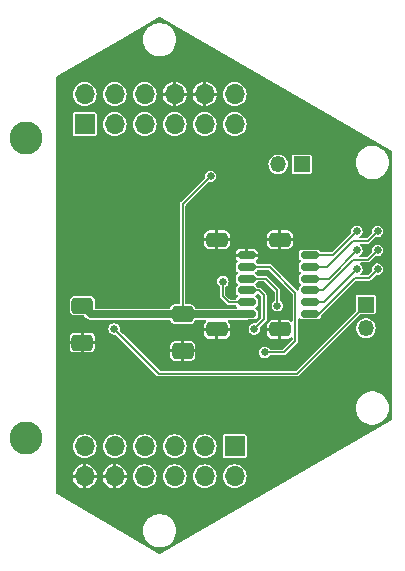
<source format=gbr>
%TF.GenerationSoftware,KiCad,Pcbnew,7.0.5*%
%TF.CreationDate,2024-01-26T22:20:05-05:00*%
%TF.ProjectId,LORA,4c4f5241-2e6b-4696-9361-645f70636258,rev?*%
%TF.SameCoordinates,Original*%
%TF.FileFunction,Copper,L2,Bot*%
%TF.FilePolarity,Positive*%
%FSLAX46Y46*%
G04 Gerber Fmt 4.6, Leading zero omitted, Abs format (unit mm)*
G04 Created by KiCad (PCBNEW 7.0.5) date 2024-01-26 22:20:05*
%MOMM*%
%LPD*%
G01*
G04 APERTURE LIST*
G04 Aperture macros list*
%AMRoundRect*
0 Rectangle with rounded corners*
0 $1 Rounding radius*
0 $2 $3 $4 $5 $6 $7 $8 $9 X,Y pos of 4 corners*
0 Add a 4 corners polygon primitive as box body*
4,1,4,$2,$3,$4,$5,$6,$7,$8,$9,$2,$3,0*
0 Add four circle primitives for the rounded corners*
1,1,$1+$1,$2,$3*
1,1,$1+$1,$4,$5*
1,1,$1+$1,$6,$7*
1,1,$1+$1,$8,$9*
0 Add four rect primitives between the rounded corners*
20,1,$1+$1,$2,$3,$4,$5,0*
20,1,$1+$1,$4,$5,$6,$7,0*
20,1,$1+$1,$6,$7,$8,$9,0*
20,1,$1+$1,$8,$9,$2,$3,0*%
G04 Aperture macros list end*
%TA.AperFunction,ComponentPad*%
%ADD10R,1.350000X1.350000*%
%TD*%
%TA.AperFunction,ComponentPad*%
%ADD11O,1.350000X1.350000*%
%TD*%
%TA.AperFunction,SMDPad,CuDef*%
%ADD12RoundRect,0.150000X-0.625000X0.150000X-0.625000X-0.150000X0.625000X-0.150000X0.625000X0.150000X0*%
%TD*%
%TA.AperFunction,SMDPad,CuDef*%
%ADD13RoundRect,0.250000X-0.650000X0.350000X-0.650000X-0.350000X0.650000X-0.350000X0.650000X0.350000X0*%
%TD*%
%TA.AperFunction,SMDPad,CuDef*%
%ADD14RoundRect,0.250000X-0.650000X0.412500X-0.650000X-0.412500X0.650000X-0.412500X0.650000X0.412500X0*%
%TD*%
%TA.AperFunction,ComponentPad*%
%ADD15R,1.700000X1.700000*%
%TD*%
%TA.AperFunction,ComponentPad*%
%ADD16O,1.700000X1.700000*%
%TD*%
%TA.AperFunction,ComponentPad*%
%ADD17C,2.800000*%
%TD*%
%TA.AperFunction,ViaPad*%
%ADD18C,0.660400*%
%TD*%
%TA.AperFunction,ViaPad*%
%ADD19C,1.016000*%
%TD*%
%TA.AperFunction,Conductor*%
%ADD20C,0.152400*%
%TD*%
%TA.AperFunction,Conductor*%
%ADD21C,0.635000*%
%TD*%
G04 APERTURE END LIST*
D10*
%TO.P,J6,1,Pin_1*%
%TO.N,/LED31*%
X162190000Y-89868621D03*
D11*
%TO.P,J6,2,Pin_2*%
%TO.N,/LED32*%
X160190000Y-89868621D03*
%TD*%
D10*
%TO.P,J5,1,Pin_1*%
%TO.N,/A3*%
X167610000Y-101748621D03*
D11*
%TO.P,J5,2,Pin_2*%
%TO.N,/RST_LoRa*%
X167610000Y-103748621D03*
%TD*%
D12*
%TO.P,J3,1,1*%
%TO.N,GND*%
X157535000Y-97548621D03*
%TO.P,J3,2,2*%
%TO.N,/MISO*%
X157535000Y-98548621D03*
%TO.P,J3,3,3*%
%TO.N,/SCK*%
X157535000Y-99548621D03*
%TO.P,J3,4,4*%
%TO.N,/MOSI*%
X157535000Y-100548621D03*
%TO.P,J3,5,5*%
%TO.N,/LoRa_CS*%
X157535000Y-101548621D03*
%TO.P,J3,6,6*%
%TO.N,VCC*%
X157535000Y-102548621D03*
D13*
%TO.P,J3,MP,MP*%
%TO.N,GND*%
X155010000Y-103848621D03*
X155010000Y-96248621D03*
%TD*%
D14*
%TO.P,C1,1*%
%TO.N,VCC*%
X143610000Y-101836121D03*
%TO.P,C1,2*%
%TO.N,GND*%
X143610000Y-104961121D03*
%TD*%
D12*
%TO.P,J4,1,1*%
%TO.N,/LED02*%
X162860000Y-97548621D03*
%TO.P,J4,2,2*%
%TO.N,/LED01*%
X162860000Y-98548621D03*
%TO.P,J4,3,3*%
%TO.N,/LED12*%
X162860000Y-99548621D03*
%TO.P,J4,4,4*%
%TO.N,/LED11*%
X162860000Y-100548621D03*
%TO.P,J4,5,5*%
%TO.N,/LED22*%
X162860000Y-101548621D03*
%TO.P,J4,6,6*%
%TO.N,/LED21*%
X162860000Y-102548621D03*
D13*
%TO.P,J4,MP,MP*%
%TO.N,GND*%
X160335000Y-103848621D03*
X160335000Y-96248621D03*
%TD*%
D14*
%TO.P,C2,1*%
%TO.N,VCC*%
X152110000Y-102548621D03*
%TO.P,C2,2*%
%TO.N,GND*%
X152110000Y-105673621D03*
%TD*%
D15*
%TO.P,J1,1,Pin_1*%
%TO.N,/VBAT*%
X143810000Y-86465599D03*
D16*
%TO.P,J1,2,Pin_2*%
%TO.N,/D8*%
X143810000Y-83925599D03*
%TO.P,J1,3,Pin_3*%
%TO.N,/A5*%
X146350000Y-86465599D03*
%TO.P,J1,4,Pin_4*%
%TO.N,/A3*%
X146350000Y-83925599D03*
%TO.P,J1,5,Pin_5*%
%TO.N,/VBUS*%
X148890000Y-86465599D03*
%TO.P,J1,6,Pin_6*%
%TO.N,/A2*%
X148890000Y-83925599D03*
%TO.P,J1,7,Pin_7*%
%TO.N,/LoRa_CS*%
X151430000Y-86465599D03*
%TO.P,J1,8,Pin_8*%
%TO.N,GND*%
X151430000Y-83925599D03*
%TO.P,J1,9,Pin_9*%
%TO.N,/BURN_EN*%
X153970000Y-86465599D03*
%TO.P,J1,10,Pin_10*%
%TO.N,GND*%
X153970000Y-83925599D03*
%TO.P,J1,11,Pin_11*%
%TO.N,/SDA*%
X156510000Y-86465599D03*
%TO.P,J1,12,Pin_12*%
%TO.N,/SCL*%
X156510000Y-83925599D03*
%TD*%
D15*
%TO.P,J2,1,Pin_1*%
%TO.N,/D12*%
X156510000Y-113743621D03*
D16*
%TO.P,J2,2,Pin_2*%
%TO.N,/D10*%
X156510000Y-116283621D03*
%TO.P,J2,3,Pin_3*%
%TO.N,/MOSI*%
X153970000Y-113743621D03*
%TO.P,J2,4,Pin_4*%
%TO.N,/D1*%
X153970000Y-116283621D03*
%TO.P,J2,5,Pin_5*%
%TO.N,/SCK*%
X151430000Y-113743621D03*
%TO.P,J2,6,Pin_6*%
%TO.N,/D3*%
X151430000Y-116283621D03*
%TO.P,J2,7,Pin_7*%
%TO.N,/D2*%
X148890000Y-113743621D03*
%TO.P,J2,8,Pin_8*%
%TO.N,/A4*%
X148890000Y-116283621D03*
%TO.P,J2,9,Pin_9*%
%TO.N,/MISO*%
X146350000Y-113743621D03*
%TO.P,J2,10,Pin_10*%
%TO.N,GND*%
X146350000Y-116283621D03*
%TO.P,J2,11,Pin_11*%
%TO.N,/BAT_BR*%
X143810000Y-113743621D03*
%TO.P,J2,12,Pin_12*%
%TO.N,GND*%
X143810000Y-116283621D03*
%TD*%
D17*
%TO.P,U2,1,ANT*%
%TO.N,unconnected-(U2-ANT-Pad1)*%
X138860000Y-112998621D03*
%TO.P,U2,2,NC*%
%TO.N,Net-(U1-ANT)*%
X138860000Y-87598621D03*
%TD*%
D18*
%TO.N,GND*%
X146160000Y-105698621D03*
X148160000Y-107698621D03*
X152660000Y-111198621D03*
X156160000Y-111198621D03*
X157160000Y-112198621D03*
X157160000Y-110198621D03*
X158660000Y-110198621D03*
X158660000Y-112198621D03*
X158660000Y-114198621D03*
X158660000Y-116198621D03*
X160160000Y-116198621D03*
X160160000Y-114198621D03*
X160160000Y-112198621D03*
X160160000Y-110198621D03*
X161660000Y-110198621D03*
X161660000Y-112198621D03*
X161660000Y-114198621D03*
X163160000Y-114198621D03*
X163160000Y-112198621D03*
X164660000Y-112198621D03*
X164660000Y-110198621D03*
X163160000Y-110198621D03*
X163160000Y-108198621D03*
X164660000Y-108198621D03*
X166160000Y-108198621D03*
X167660000Y-106698621D03*
X166160000Y-106698621D03*
X164660000Y-106698621D03*
X161360000Y-98998621D03*
X163160000Y-95198621D03*
X164660000Y-96198621D03*
X165660000Y-102198621D03*
X161660000Y-106198621D03*
X163160000Y-104198621D03*
X150660000Y-104198621D03*
X152160000Y-104198621D03*
X150160000Y-105698621D03*
X155160000Y-92698621D03*
X153160000Y-96198621D03*
X155160000Y-98198621D03*
X153660000Y-100698621D03*
X156160000Y-106198621D03*
X150660000Y-110198621D03*
X150660000Y-111198621D03*
X149160000Y-111198621D03*
X147160000Y-111198621D03*
X145160000Y-111198621D03*
X143160000Y-111198621D03*
X142160000Y-111698621D03*
X142160000Y-110698621D03*
X142160000Y-109698621D03*
X143160000Y-89198621D03*
X143160000Y-90198621D03*
X143160000Y-91198621D03*
X142160000Y-91698621D03*
X142160000Y-90698621D03*
X142160000Y-89698621D03*
X142160000Y-88698621D03*
X152660000Y-110198621D03*
X149160000Y-110198621D03*
X147160000Y-110198621D03*
X145160000Y-110198621D03*
X143160000Y-110198621D03*
X146160000Y-107698621D03*
X149160000Y-104198621D03*
X146160000Y-100198621D03*
X146160000Y-94198621D03*
X146160000Y-96198621D03*
X146160000Y-98198621D03*
X151160000Y-98198621D03*
X151160000Y-100198621D03*
X149160000Y-100198621D03*
X149160000Y-98198621D03*
X149160000Y-96198621D03*
X149160000Y-94198621D03*
X154160000Y-94198621D03*
X161160000Y-92198621D03*
X163160000Y-93198621D03*
X165160000Y-94198621D03*
X167160000Y-93198621D03*
X165160000Y-92198621D03*
X165160000Y-90198621D03*
X165160000Y-88198621D03*
X161160000Y-85198621D03*
X159160000Y-85198621D03*
X159160000Y-87198621D03*
X158160000Y-91198621D03*
X158160000Y-89198621D03*
X156160000Y-89198621D03*
X154160000Y-89198621D03*
X152160000Y-91198621D03*
X152160000Y-89198621D03*
X149160000Y-89198621D03*
X149160000Y-91198621D03*
X144660000Y-91198621D03*
X146160000Y-91198621D03*
X146160000Y-89198621D03*
X144660000Y-89198621D03*
%TO.N,VCC*%
X154470000Y-90878621D03*
%TO.N,/LoRa_CS*%
X155500000Y-99798621D03*
%TO.N,/MISO*%
X159047500Y-105798621D03*
%TO.N,/MOSI*%
X158170000Y-103818621D03*
%TO.N,/SCK*%
X160120000Y-101838621D03*
%TO.N,/A3*%
X146310000Y-103798621D03*
%TO.N,/LED21*%
X168610000Y-98748621D03*
%TO.N,/LED22*%
X166860000Y-98748621D03*
%TO.N,/LED12*%
X166860000Y-97148621D03*
%TO.N,/LED11*%
X168610000Y-97148621D03*
%TO.N,/LED02*%
X166860000Y-95542632D03*
%TO.N,/LED01*%
X168610000Y-95542632D03*
D19*
%TO.N,VCC*%
X143610000Y-101836121D03*
D18*
%TO.N,GND*%
X150160000Y-82198621D03*
X146160000Y-118698621D03*
X147660000Y-118698621D03*
X153660000Y-118698621D03*
X152160000Y-118698621D03*
X152760000Y-120173621D03*
X146160000Y-82198621D03*
X156160000Y-82198621D03*
X154160000Y-82198621D03*
X150660000Y-118698621D03*
X148160000Y-82198621D03*
X155160000Y-118698621D03*
X148160000Y-80198621D03*
X144160000Y-82198621D03*
X149160000Y-118698621D03*
X147660000Y-120198621D03*
X152160000Y-82198621D03*
X152160000Y-80198621D03*
%TD*%
D20*
%TO.N,VCC*%
X152110000Y-93238621D02*
X152110000Y-102548621D01*
X154470000Y-90878621D02*
X152110000Y-93238621D01*
%TO.N,/LoRa_CS*%
X156000000Y-101548621D02*
X155500000Y-101048621D01*
X155500000Y-101048621D02*
X155500000Y-99798621D01*
X157535000Y-101548621D02*
X156000000Y-101548621D01*
%TO.N,/MISO*%
X160690000Y-105798621D02*
X159047500Y-105798621D01*
X161650000Y-104838621D02*
X160690000Y-105798621D01*
X161650000Y-100728621D02*
X161650000Y-104838621D01*
X159470000Y-98548621D02*
X161650000Y-100728621D01*
X157535000Y-98548621D02*
X159470000Y-98548621D01*
%TO.N,/MOSI*%
X158990000Y-102998621D02*
X158170000Y-103818621D01*
X158990000Y-100968621D02*
X158990000Y-102998621D01*
X158570000Y-100548621D02*
X158990000Y-100968621D01*
X157535000Y-100548621D02*
X158570000Y-100548621D01*
%TO.N,/SCK*%
X159140000Y-99548621D02*
X160120000Y-100528621D01*
X157535000Y-99548621D02*
X159140000Y-99548621D01*
X160120000Y-100528621D02*
X160120000Y-101838621D01*
%TO.N,/A3*%
X161760000Y-107598621D02*
X167610000Y-101748621D01*
X150110000Y-107598621D02*
X161760000Y-107598621D01*
X146310000Y-103798621D02*
X150110000Y-107598621D01*
%TO.N,/LED21*%
X167860000Y-99498621D02*
X168610000Y-98748621D01*
X163610000Y-102548621D02*
X166660000Y-99498621D01*
X162860000Y-102548621D02*
X163610000Y-102548621D01*
X166660000Y-99498621D02*
X167860000Y-99498621D01*
%TO.N,/LED22*%
X164060000Y-101548621D02*
X166860000Y-98748621D01*
X162860000Y-101548621D02*
X164060000Y-101548621D01*
%TO.N,/LED01*%
X166560000Y-96348621D02*
X167804011Y-96348621D01*
X167804011Y-96348621D02*
X168610000Y-95542632D01*
X164360000Y-98548621D02*
X166560000Y-96348621D01*
X162860000Y-98548621D02*
X164360000Y-98548621D01*
%TO.N,/LED02*%
X164854011Y-97548621D02*
X166860000Y-95542632D01*
X162860000Y-97548621D02*
X164854011Y-97548621D01*
%TO.N,/LED12*%
X164460000Y-99548621D02*
X166860000Y-97148621D01*
X162860000Y-99548621D02*
X164460000Y-99548621D01*
%TO.N,/LED11*%
X167810000Y-97948621D02*
X168610000Y-97148621D01*
X166560000Y-97948621D02*
X167810000Y-97948621D01*
X163960000Y-100548621D02*
X166560000Y-97948621D01*
X162860000Y-100548621D02*
X163960000Y-100548621D01*
D21*
%TO.N,VCC*%
X144322500Y-102548621D02*
X143610000Y-101836121D01*
X152110000Y-102548621D02*
X144322500Y-102548621D01*
X152110000Y-102548621D02*
X157535000Y-102548621D01*
%TD*%
%TA.AperFunction,Conductor*%
%TO.N,GND*%
G36*
X150203946Y-77388502D02*
G01*
X169810750Y-88708494D01*
X169849399Y-88754554D01*
X169854700Y-88784618D01*
X169854700Y-111424599D01*
X169834135Y-111481100D01*
X169810750Y-111500723D01*
X150203949Y-122820715D01*
X150144735Y-122831156D01*
X150116049Y-122820715D01*
X146770602Y-120889220D01*
X148749884Y-120889220D01*
X148769115Y-121121316D01*
X148769116Y-121121322D01*
X148826286Y-121347080D01*
X148826289Y-121347088D01*
X148897987Y-121510541D01*
X148919840Y-121560361D01*
X148919844Y-121560367D01*
X149047215Y-121755325D01*
X149047216Y-121755327D01*
X149047220Y-121755331D01*
X149204954Y-121926676D01*
X149388740Y-122069722D01*
X149593563Y-122180567D01*
X149813837Y-122256187D01*
X149813839Y-122256187D01*
X149813841Y-122256188D01*
X150043550Y-122294520D01*
X150043554Y-122294520D01*
X150276450Y-122294520D01*
X150506158Y-122256188D01*
X150506158Y-122256187D01*
X150506163Y-122256187D01*
X150726437Y-122180567D01*
X150931260Y-122069722D01*
X151115046Y-121926676D01*
X151272780Y-121755331D01*
X151400160Y-121560361D01*
X151493712Y-121347084D01*
X151550884Y-121121317D01*
X151570116Y-120889220D01*
X151550884Y-120657123D01*
X151550883Y-120657117D01*
X151493713Y-120431359D01*
X151493710Y-120431351D01*
X151400164Y-120218089D01*
X151400160Y-120218079D01*
X151319435Y-120094520D01*
X151272784Y-120023114D01*
X151272783Y-120023112D01*
X151115050Y-119851768D01*
X151115048Y-119851767D01*
X151115046Y-119851764D01*
X150931260Y-119708718D01*
X150726437Y-119597873D01*
X150726433Y-119597871D01*
X150726430Y-119597870D01*
X150506167Y-119522254D01*
X150506158Y-119522251D01*
X150276450Y-119483920D01*
X150276446Y-119483920D01*
X150043554Y-119483920D01*
X150043550Y-119483920D01*
X149813841Y-119522251D01*
X149813832Y-119522254D01*
X149593569Y-119597870D01*
X149388740Y-119708718D01*
X149204949Y-119851768D01*
X149047216Y-120023112D01*
X149047215Y-120023114D01*
X148919844Y-120218072D01*
X148919835Y-120218089D01*
X148826289Y-120431351D01*
X148826286Y-120431359D01*
X148769116Y-120657117D01*
X148769115Y-120657123D01*
X148749884Y-120889220D01*
X146770602Y-120889220D01*
X141453950Y-117819649D01*
X141415301Y-117773589D01*
X141410000Y-117743525D01*
X141410000Y-116410621D01*
X142789735Y-116410621D01*
X142797072Y-116485109D01*
X142855842Y-116678846D01*
X142855844Y-116678849D01*
X142951281Y-116857399D01*
X143079717Y-117013899D01*
X143079721Y-117013903D01*
X143236221Y-117142339D01*
X143414771Y-117237776D01*
X143414774Y-117237778D01*
X143608515Y-117296550D01*
X143683000Y-117303884D01*
X143683000Y-116770502D01*
X143774237Y-116783621D01*
X143845763Y-116783621D01*
X143937000Y-116770502D01*
X143937000Y-117303884D01*
X144011484Y-117296550D01*
X144205225Y-117237778D01*
X144205228Y-117237776D01*
X144383778Y-117142339D01*
X144540278Y-117013903D01*
X144540282Y-117013899D01*
X144668718Y-116857399D01*
X144764155Y-116678849D01*
X144764157Y-116678846D01*
X144822927Y-116485109D01*
X144830265Y-116410621D01*
X145329735Y-116410621D01*
X145337072Y-116485109D01*
X145395842Y-116678846D01*
X145395844Y-116678849D01*
X145491281Y-116857399D01*
X145619717Y-117013899D01*
X145619721Y-117013903D01*
X145776221Y-117142339D01*
X145954771Y-117237776D01*
X145954774Y-117237778D01*
X146148515Y-117296550D01*
X146223000Y-117303884D01*
X146223000Y-116770502D01*
X146314237Y-116783621D01*
X146385763Y-116783621D01*
X146477000Y-116770502D01*
X146477000Y-117303884D01*
X146551484Y-117296550D01*
X146745225Y-117237778D01*
X146745228Y-117237776D01*
X146923778Y-117142339D01*
X147080278Y-117013903D01*
X147080282Y-117013899D01*
X147208718Y-116857399D01*
X147304155Y-116678849D01*
X147304157Y-116678846D01*
X147362927Y-116485109D01*
X147370265Y-116410621D01*
X146833818Y-116410621D01*
X146850000Y-116355510D01*
X146850000Y-116283621D01*
X147882247Y-116283621D01*
X147901612Y-116480230D01*
X147958957Y-116669269D01*
X147958958Y-116669271D01*
X148052084Y-116843499D01*
X148177411Y-116996210D01*
X148330122Y-117121537D01*
X148504350Y-117214663D01*
X148693397Y-117272010D01*
X148890000Y-117291374D01*
X149086603Y-117272010D01*
X149275650Y-117214663D01*
X149449878Y-117121537D01*
X149602589Y-116996210D01*
X149727916Y-116843499D01*
X149821042Y-116669271D01*
X149878389Y-116480224D01*
X149897753Y-116283621D01*
X150422247Y-116283621D01*
X150441612Y-116480230D01*
X150498957Y-116669269D01*
X150498958Y-116669271D01*
X150592084Y-116843499D01*
X150717411Y-116996210D01*
X150870122Y-117121537D01*
X151044350Y-117214663D01*
X151233397Y-117272010D01*
X151430000Y-117291374D01*
X151626603Y-117272010D01*
X151815650Y-117214663D01*
X151989878Y-117121537D01*
X152142589Y-116996210D01*
X152267916Y-116843499D01*
X152361042Y-116669271D01*
X152418389Y-116480224D01*
X152437753Y-116283621D01*
X152962247Y-116283621D01*
X152981612Y-116480230D01*
X153038957Y-116669269D01*
X153038958Y-116669271D01*
X153132084Y-116843499D01*
X153257411Y-116996210D01*
X153410122Y-117121537D01*
X153584350Y-117214663D01*
X153773397Y-117272010D01*
X153970000Y-117291374D01*
X154166603Y-117272010D01*
X154355650Y-117214663D01*
X154529878Y-117121537D01*
X154682589Y-116996210D01*
X154807916Y-116843499D01*
X154901042Y-116669271D01*
X154958389Y-116480224D01*
X154977753Y-116283621D01*
X155502247Y-116283621D01*
X155521612Y-116480230D01*
X155578957Y-116669269D01*
X155578958Y-116669271D01*
X155672084Y-116843499D01*
X155797411Y-116996210D01*
X155950122Y-117121537D01*
X156124350Y-117214663D01*
X156313397Y-117272010D01*
X156510000Y-117291374D01*
X156706603Y-117272010D01*
X156895650Y-117214663D01*
X157069878Y-117121537D01*
X157222589Y-116996210D01*
X157347916Y-116843499D01*
X157441042Y-116669271D01*
X157498389Y-116480224D01*
X157517753Y-116283621D01*
X157498389Y-116087018D01*
X157441042Y-115897971D01*
X157347916Y-115723743D01*
X157222589Y-115571032D01*
X157069878Y-115445705D01*
X156895650Y-115352579D01*
X156895649Y-115352578D01*
X156895648Y-115352578D01*
X156706609Y-115295233D01*
X156706604Y-115295232D01*
X156706603Y-115295232D01*
X156510000Y-115275868D01*
X156509999Y-115275868D01*
X156462657Y-115280530D01*
X156313397Y-115295232D01*
X156313395Y-115295232D01*
X156313390Y-115295233D01*
X156124351Y-115352578D01*
X155950121Y-115445705D01*
X155797413Y-115571030D01*
X155797409Y-115571034D01*
X155672084Y-115723742D01*
X155578957Y-115897972D01*
X155521612Y-116087011D01*
X155502247Y-116283621D01*
X154977753Y-116283621D01*
X154958389Y-116087018D01*
X154901042Y-115897971D01*
X154807916Y-115723743D01*
X154682589Y-115571032D01*
X154529878Y-115445705D01*
X154355650Y-115352579D01*
X154355649Y-115352578D01*
X154355648Y-115352578D01*
X154166609Y-115295233D01*
X154166604Y-115295232D01*
X154166603Y-115295232D01*
X153970000Y-115275868D01*
X153773397Y-115295232D01*
X153773395Y-115295232D01*
X153773390Y-115295233D01*
X153584351Y-115352578D01*
X153410121Y-115445705D01*
X153257413Y-115571030D01*
X153257409Y-115571034D01*
X153132084Y-115723742D01*
X153038957Y-115897972D01*
X152981612Y-116087011D01*
X152962247Y-116283621D01*
X152437753Y-116283621D01*
X152418389Y-116087018D01*
X152361042Y-115897971D01*
X152267916Y-115723743D01*
X152142589Y-115571032D01*
X151989878Y-115445705D01*
X151815650Y-115352579D01*
X151815649Y-115352578D01*
X151815648Y-115352578D01*
X151626609Y-115295233D01*
X151626604Y-115295232D01*
X151626603Y-115295232D01*
X151430000Y-115275868D01*
X151429999Y-115275868D01*
X151382657Y-115280530D01*
X151233397Y-115295232D01*
X151233395Y-115295232D01*
X151233390Y-115295233D01*
X151044351Y-115352578D01*
X150870121Y-115445705D01*
X150717413Y-115571030D01*
X150717409Y-115571034D01*
X150592084Y-115723742D01*
X150498957Y-115897972D01*
X150441612Y-116087011D01*
X150422247Y-116283621D01*
X149897753Y-116283621D01*
X149878389Y-116087018D01*
X149821042Y-115897971D01*
X149727916Y-115723743D01*
X149602589Y-115571032D01*
X149449878Y-115445705D01*
X149275650Y-115352579D01*
X149275649Y-115352578D01*
X149275648Y-115352578D01*
X149086609Y-115295233D01*
X149086604Y-115295232D01*
X149086603Y-115295232D01*
X148890000Y-115275868D01*
X148889999Y-115275868D01*
X148842657Y-115280530D01*
X148693397Y-115295232D01*
X148693395Y-115295232D01*
X148693390Y-115295233D01*
X148504351Y-115352578D01*
X148330121Y-115445705D01*
X148177413Y-115571030D01*
X148177409Y-115571034D01*
X148052084Y-115723742D01*
X147958957Y-115897972D01*
X147901612Y-116087011D01*
X147882247Y-116283621D01*
X146850000Y-116283621D01*
X146850000Y-116211732D01*
X146833818Y-116156621D01*
X147370264Y-116156621D01*
X147362927Y-116082132D01*
X147304157Y-115888395D01*
X147304155Y-115888392D01*
X147208718Y-115709842D01*
X147080282Y-115553342D01*
X147080278Y-115553338D01*
X146923778Y-115424902D01*
X146745228Y-115329465D01*
X146745225Y-115329463D01*
X146551488Y-115270693D01*
X146477000Y-115263356D01*
X146477000Y-115796739D01*
X146385763Y-115783621D01*
X146314237Y-115783621D01*
X146223000Y-115796739D01*
X146223000Y-115263356D01*
X146148511Y-115270693D01*
X145954774Y-115329463D01*
X145954771Y-115329465D01*
X145776221Y-115424902D01*
X145619721Y-115553338D01*
X145619717Y-115553342D01*
X145491281Y-115709842D01*
X145395844Y-115888392D01*
X145395842Y-115888395D01*
X145337072Y-116082132D01*
X145329735Y-116156621D01*
X145866182Y-116156621D01*
X145850000Y-116211732D01*
X145850000Y-116355510D01*
X145866182Y-116410621D01*
X145329735Y-116410621D01*
X144830265Y-116410621D01*
X144293818Y-116410621D01*
X144310000Y-116355510D01*
X144310000Y-116211732D01*
X144293818Y-116156621D01*
X144830264Y-116156621D01*
X144822927Y-116082132D01*
X144764157Y-115888395D01*
X144764155Y-115888392D01*
X144668718Y-115709842D01*
X144540282Y-115553342D01*
X144540278Y-115553338D01*
X144383778Y-115424902D01*
X144205228Y-115329465D01*
X144205225Y-115329463D01*
X144011488Y-115270693D01*
X143937000Y-115263356D01*
X143937000Y-115796739D01*
X143845763Y-115783621D01*
X143774237Y-115783621D01*
X143683000Y-115796739D01*
X143683000Y-115263356D01*
X143608511Y-115270693D01*
X143414774Y-115329463D01*
X143414771Y-115329465D01*
X143236221Y-115424902D01*
X143079721Y-115553338D01*
X143079717Y-115553342D01*
X142951281Y-115709842D01*
X142855844Y-115888392D01*
X142855842Y-115888395D01*
X142797072Y-116082132D01*
X142789735Y-116156621D01*
X143326182Y-116156621D01*
X143310000Y-116211732D01*
X143310000Y-116355510D01*
X143326182Y-116410621D01*
X142789735Y-116410621D01*
X141410000Y-116410621D01*
X141410000Y-113743621D01*
X142802247Y-113743621D01*
X142821612Y-113940230D01*
X142878957Y-114129269D01*
X142878958Y-114129271D01*
X142972084Y-114303499D01*
X143097411Y-114456210D01*
X143250122Y-114581537D01*
X143424350Y-114674663D01*
X143613397Y-114732010D01*
X143810000Y-114751374D01*
X144006603Y-114732010D01*
X144195650Y-114674663D01*
X144369878Y-114581537D01*
X144522589Y-114456210D01*
X144647916Y-114303499D01*
X144741042Y-114129271D01*
X144798389Y-113940224D01*
X144817753Y-113743621D01*
X145342247Y-113743621D01*
X145361612Y-113940230D01*
X145418957Y-114129269D01*
X145418958Y-114129271D01*
X145512084Y-114303499D01*
X145637411Y-114456210D01*
X145790122Y-114581537D01*
X145964350Y-114674663D01*
X146153397Y-114732010D01*
X146350000Y-114751374D01*
X146546603Y-114732010D01*
X146735650Y-114674663D01*
X146909878Y-114581537D01*
X147062589Y-114456210D01*
X147187916Y-114303499D01*
X147281042Y-114129271D01*
X147338389Y-113940224D01*
X147357753Y-113743621D01*
X147357753Y-113743620D01*
X147882247Y-113743620D01*
X147901612Y-113940230D01*
X147958957Y-114129269D01*
X147958958Y-114129271D01*
X148052084Y-114303499D01*
X148177411Y-114456210D01*
X148330122Y-114581537D01*
X148504350Y-114674663D01*
X148693397Y-114732010D01*
X148890000Y-114751374D01*
X149086603Y-114732010D01*
X149275650Y-114674663D01*
X149449878Y-114581537D01*
X149602589Y-114456210D01*
X149727916Y-114303499D01*
X149821042Y-114129271D01*
X149878389Y-113940224D01*
X149897753Y-113743621D01*
X149897753Y-113743620D01*
X150422247Y-113743620D01*
X150441612Y-113940230D01*
X150498957Y-114129269D01*
X150498958Y-114129271D01*
X150592084Y-114303499D01*
X150717411Y-114456210D01*
X150870122Y-114581537D01*
X151044350Y-114674663D01*
X151233397Y-114732010D01*
X151430000Y-114751374D01*
X151626603Y-114732010D01*
X151815650Y-114674663D01*
X151989878Y-114581537D01*
X152142589Y-114456210D01*
X152267916Y-114303499D01*
X152361042Y-114129271D01*
X152418389Y-113940224D01*
X152437753Y-113743621D01*
X152437753Y-113743620D01*
X152962247Y-113743620D01*
X152981612Y-113940230D01*
X153038957Y-114129269D01*
X153038958Y-114129271D01*
X153132084Y-114303499D01*
X153257411Y-114456210D01*
X153410122Y-114581537D01*
X153584350Y-114674663D01*
X153773397Y-114732010D01*
X153970000Y-114751374D01*
X154166603Y-114732010D01*
X154355650Y-114674663D01*
X154479098Y-114608679D01*
X155507100Y-114608679D01*
X155515972Y-114653279D01*
X155549766Y-114703855D01*
X155566701Y-114715171D01*
X155600341Y-114737649D01*
X155607741Y-114739120D01*
X155644943Y-114746521D01*
X157375056Y-114746520D01*
X157375058Y-114746520D01*
X157387750Y-114743995D01*
X157419658Y-114737649D01*
X157470234Y-114703855D01*
X157504028Y-114653279D01*
X157512900Y-114608678D01*
X157512899Y-112878565D01*
X157512899Y-112878564D01*
X157512899Y-112878562D01*
X157509111Y-112859523D01*
X157504028Y-112833963D01*
X157470234Y-112783387D01*
X157470002Y-112783232D01*
X157419658Y-112749592D01*
X157382456Y-112742192D01*
X157375057Y-112740721D01*
X157375056Y-112740721D01*
X155644941Y-112740721D01*
X155600341Y-112749593D01*
X155549767Y-112783386D01*
X155549764Y-112783389D01*
X155515971Y-112833962D01*
X155507100Y-112878564D01*
X155507100Y-114608679D01*
X154479098Y-114608679D01*
X154529878Y-114581537D01*
X154682589Y-114456210D01*
X154807916Y-114303499D01*
X154901042Y-114129271D01*
X154958389Y-113940224D01*
X154977753Y-113743621D01*
X154958389Y-113547018D01*
X154901042Y-113357971D01*
X154807916Y-113183743D01*
X154682589Y-113031032D01*
X154529878Y-112905705D01*
X154355650Y-112812579D01*
X154355649Y-112812578D01*
X154355648Y-112812578D01*
X154166609Y-112755233D01*
X154166604Y-112755232D01*
X154166603Y-112755232D01*
X153970000Y-112735868D01*
X153773397Y-112755232D01*
X153773395Y-112755232D01*
X153773390Y-112755233D01*
X153584351Y-112812578D01*
X153410121Y-112905705D01*
X153257413Y-113031030D01*
X153257409Y-113031034D01*
X153132084Y-113183742D01*
X153038957Y-113357972D01*
X152981612Y-113547011D01*
X152962247Y-113743620D01*
X152437753Y-113743620D01*
X152418389Y-113547018D01*
X152361042Y-113357971D01*
X152267916Y-113183743D01*
X152142589Y-113031032D01*
X151989878Y-112905705D01*
X151815650Y-112812579D01*
X151815649Y-112812578D01*
X151815648Y-112812578D01*
X151626609Y-112755233D01*
X151626604Y-112755232D01*
X151626603Y-112755232D01*
X151430000Y-112735868D01*
X151429999Y-112735868D01*
X151382657Y-112740530D01*
X151233397Y-112755232D01*
X151233395Y-112755232D01*
X151233390Y-112755233D01*
X151044351Y-112812578D01*
X150870121Y-112905705D01*
X150717413Y-113031030D01*
X150717409Y-113031034D01*
X150592084Y-113183742D01*
X150498957Y-113357972D01*
X150441612Y-113547011D01*
X150422247Y-113743620D01*
X149897753Y-113743620D01*
X149878389Y-113547018D01*
X149821042Y-113357971D01*
X149727916Y-113183743D01*
X149602589Y-113031032D01*
X149449878Y-112905705D01*
X149275650Y-112812579D01*
X149275649Y-112812578D01*
X149275648Y-112812578D01*
X149086609Y-112755233D01*
X149086604Y-112755232D01*
X149086603Y-112755232D01*
X148890000Y-112735868D01*
X148693397Y-112755232D01*
X148693395Y-112755232D01*
X148693390Y-112755233D01*
X148504351Y-112812578D01*
X148330121Y-112905705D01*
X148177413Y-113031030D01*
X148177409Y-113031034D01*
X148052084Y-113183742D01*
X147958957Y-113357972D01*
X147901612Y-113547011D01*
X147882247Y-113743620D01*
X147357753Y-113743620D01*
X147338389Y-113547018D01*
X147281042Y-113357971D01*
X147187916Y-113183743D01*
X147062589Y-113031032D01*
X146909878Y-112905705D01*
X146735650Y-112812579D01*
X146735649Y-112812578D01*
X146735648Y-112812578D01*
X146546609Y-112755233D01*
X146546604Y-112755232D01*
X146546603Y-112755232D01*
X146350000Y-112735868D01*
X146153397Y-112755232D01*
X146153395Y-112755232D01*
X146153390Y-112755233D01*
X145964351Y-112812578D01*
X145790121Y-112905705D01*
X145637413Y-113031030D01*
X145637409Y-113031034D01*
X145512084Y-113183742D01*
X145418957Y-113357972D01*
X145361612Y-113547011D01*
X145342247Y-113743621D01*
X144817753Y-113743621D01*
X144798389Y-113547018D01*
X144741042Y-113357971D01*
X144647916Y-113183743D01*
X144522589Y-113031032D01*
X144369878Y-112905705D01*
X144195650Y-112812579D01*
X144195649Y-112812578D01*
X144195648Y-112812578D01*
X144006609Y-112755233D01*
X144006604Y-112755232D01*
X144006603Y-112755232D01*
X143810000Y-112735868D01*
X143613397Y-112755232D01*
X143613395Y-112755232D01*
X143613390Y-112755233D01*
X143424351Y-112812578D01*
X143250121Y-112905705D01*
X143097413Y-113031030D01*
X143097409Y-113031034D01*
X142972084Y-113183742D01*
X142878957Y-113357972D01*
X142821612Y-113547011D01*
X142802247Y-113743621D01*
X141410000Y-113743621D01*
X141410000Y-110496914D01*
X166749884Y-110496914D01*
X166769115Y-110729011D01*
X166769116Y-110729017D01*
X166826286Y-110954775D01*
X166826289Y-110954783D01*
X166897987Y-111118236D01*
X166919840Y-111168056D01*
X166919844Y-111168062D01*
X167047215Y-111363020D01*
X167047216Y-111363022D01*
X167173978Y-111500723D01*
X167204954Y-111534371D01*
X167388740Y-111677417D01*
X167593563Y-111788262D01*
X167813837Y-111863882D01*
X167813839Y-111863882D01*
X167813841Y-111863883D01*
X168043550Y-111902215D01*
X168043554Y-111902215D01*
X168276450Y-111902215D01*
X168506158Y-111863883D01*
X168506158Y-111863882D01*
X168506163Y-111863882D01*
X168726437Y-111788262D01*
X168931260Y-111677417D01*
X169115046Y-111534371D01*
X169272780Y-111363026D01*
X169400160Y-111168056D01*
X169493712Y-110954779D01*
X169550884Y-110729012D01*
X169570116Y-110496915D01*
X169550884Y-110264818D01*
X169550883Y-110264812D01*
X169493713Y-110039054D01*
X169493710Y-110039046D01*
X169400164Y-109825784D01*
X169400160Y-109825774D01*
X169319435Y-109702215D01*
X169272784Y-109630809D01*
X169272783Y-109630807D01*
X169115050Y-109459463D01*
X169115048Y-109459462D01*
X169115046Y-109459459D01*
X168931260Y-109316413D01*
X168726437Y-109205568D01*
X168726433Y-109205566D01*
X168726430Y-109205565D01*
X168506167Y-109129949D01*
X168506158Y-109129946D01*
X168276450Y-109091615D01*
X168276446Y-109091615D01*
X168043554Y-109091615D01*
X168043550Y-109091615D01*
X167813841Y-109129946D01*
X167813832Y-109129949D01*
X167593569Y-109205565D01*
X167388740Y-109316413D01*
X167204949Y-109459463D01*
X167047216Y-109630807D01*
X167047215Y-109630809D01*
X166919844Y-109825767D01*
X166919835Y-109825784D01*
X166826289Y-110039046D01*
X166826286Y-110039054D01*
X166769116Y-110264812D01*
X166769115Y-110264818D01*
X166749884Y-110496914D01*
X141410000Y-110496914D01*
X141410000Y-105088121D01*
X142532200Y-105088121D01*
X142532200Y-105425154D01*
X142534909Y-105454050D01*
X142534910Y-105454055D01*
X142577501Y-105575774D01*
X142577502Y-105575775D01*
X142654080Y-105679535D01*
X142654085Y-105679540D01*
X142757845Y-105756118D01*
X142757846Y-105756119D01*
X142879565Y-105798710D01*
X142879570Y-105798711D01*
X142908466Y-105801420D01*
X142908470Y-105801421D01*
X143482999Y-105801421D01*
X143483000Y-105801420D01*
X143483000Y-105088122D01*
X143482999Y-105088121D01*
X143737000Y-105088121D01*
X143737000Y-105801420D01*
X143737001Y-105801421D01*
X144311530Y-105801421D01*
X144311533Y-105801420D01*
X144340429Y-105798711D01*
X144340434Y-105798710D01*
X144462153Y-105756119D01*
X144462154Y-105756118D01*
X144565914Y-105679540D01*
X144565919Y-105679535D01*
X144642497Y-105575775D01*
X144642498Y-105575774D01*
X144685089Y-105454055D01*
X144685090Y-105454050D01*
X144687799Y-105425154D01*
X144687800Y-105425151D01*
X144687800Y-105088121D01*
X143737000Y-105088121D01*
X143482999Y-105088121D01*
X142532200Y-105088121D01*
X141410000Y-105088121D01*
X141410000Y-104834120D01*
X142532200Y-104834120D01*
X142532201Y-104834121D01*
X143482999Y-104834121D01*
X143483000Y-104834120D01*
X143483000Y-104120821D01*
X143737000Y-104120821D01*
X143737000Y-104834120D01*
X143737001Y-104834121D01*
X144687799Y-104834121D01*
X144687800Y-104834120D01*
X144687800Y-104497090D01*
X144687799Y-104497087D01*
X144685090Y-104468191D01*
X144685089Y-104468186D01*
X144642498Y-104346467D01*
X144642497Y-104346466D01*
X144565919Y-104242706D01*
X144565914Y-104242701D01*
X144462154Y-104166123D01*
X144462153Y-104166122D01*
X144340434Y-104123531D01*
X144340429Y-104123530D01*
X144311533Y-104120821D01*
X143737000Y-104120821D01*
X143483000Y-104120821D01*
X142908466Y-104120821D01*
X142879570Y-104123530D01*
X142879565Y-104123531D01*
X142757846Y-104166122D01*
X142757845Y-104166123D01*
X142654085Y-104242701D01*
X142654080Y-104242706D01*
X142577502Y-104346466D01*
X142577501Y-104346467D01*
X142534910Y-104468186D01*
X142534909Y-104468191D01*
X142532200Y-104497087D01*
X142532200Y-104834120D01*
X141410000Y-104834120D01*
X141410000Y-103798624D01*
X145821932Y-103798624D01*
X145841700Y-103936119D01*
X145841701Y-103936124D01*
X145841702Y-103936126D01*
X145899411Y-104062490D01*
X145990383Y-104167478D01*
X145990385Y-104167479D01*
X145990386Y-104167480D01*
X146107245Y-104242581D01*
X146107246Y-104242581D01*
X146107249Y-104242583D01*
X146198035Y-104269240D01*
X146240536Y-104281720D01*
X146240539Y-104281720D01*
X146240541Y-104281721D01*
X146240542Y-104281721D01*
X146379460Y-104281721D01*
X146379463Y-104281720D01*
X146398711Y-104276068D01*
X146458718Y-104279879D01*
X146485634Y-104298251D01*
X149942951Y-107755569D01*
X149944535Y-107757238D01*
X149972330Y-107788107D01*
X149994027Y-107797767D01*
X150006141Y-107804344D01*
X150026064Y-107817283D01*
X150032940Y-107818371D01*
X150054944Y-107824889D01*
X150061303Y-107827721D01*
X150085052Y-107827721D01*
X150098801Y-107828803D01*
X150103877Y-107829606D01*
X150122259Y-107832518D01*
X150128984Y-107830715D01*
X150151734Y-107827721D01*
X161752851Y-107827721D01*
X161755152Y-107827781D01*
X161762843Y-107828183D01*
X161796639Y-107829955D01*
X161818809Y-107821444D01*
X161832027Y-107817528D01*
X161855265Y-107812590D01*
X161860894Y-107808499D01*
X161881061Y-107797548D01*
X161887564Y-107795053D01*
X161904365Y-107778250D01*
X161914840Y-107769304D01*
X161934058Y-107755343D01*
X161937540Y-107749311D01*
X161951503Y-107731112D01*
X165933990Y-103748625D01*
X166777540Y-103748625D01*
X166795729Y-103921693D01*
X166795731Y-103921699D01*
X166849510Y-104087213D01*
X166936526Y-104237929D01*
X167052976Y-104367259D01*
X167193770Y-104469553D01*
X167352756Y-104540338D01*
X167522984Y-104576521D01*
X167697016Y-104576521D01*
X167867244Y-104540338D01*
X168026230Y-104469553D01*
X168167024Y-104367259D01*
X168283474Y-104237929D01*
X168370490Y-104087213D01*
X168424269Y-103921699D01*
X168426706Y-103898514D01*
X168442460Y-103748625D01*
X168442460Y-103748616D01*
X168424270Y-103575548D01*
X168424269Y-103575545D01*
X168424269Y-103575543D01*
X168370490Y-103410029D01*
X168283474Y-103259313D01*
X168167024Y-103129983D01*
X168026230Y-103027689D01*
X167867244Y-102956904D01*
X167867242Y-102956903D01*
X167867241Y-102956903D01*
X167697016Y-102920721D01*
X167522984Y-102920721D01*
X167352758Y-102956903D01*
X167352754Y-102956905D01*
X167193769Y-103027689D01*
X167052977Y-103129982D01*
X167052975Y-103129983D01*
X166936527Y-103259311D01*
X166936525Y-103259313D01*
X166936526Y-103259313D01*
X166849510Y-103410029D01*
X166837469Y-103447087D01*
X166795729Y-103575548D01*
X166777540Y-103748616D01*
X166777540Y-103748625D01*
X165933990Y-103748625D01*
X167080351Y-102602264D01*
X167134845Y-102576854D01*
X167142506Y-102576520D01*
X168300058Y-102576520D01*
X168312750Y-102573995D01*
X168344658Y-102567649D01*
X168395234Y-102533855D01*
X168429028Y-102483279D01*
X168437900Y-102438678D01*
X168437899Y-101058565D01*
X168437899Y-101058564D01*
X168437899Y-101058562D01*
X168430372Y-101020721D01*
X168429028Y-101013963D01*
X168395234Y-100963387D01*
X168395002Y-100963232D01*
X168344658Y-100929592D01*
X168302163Y-100921140D01*
X168300057Y-100920721D01*
X168300056Y-100920721D01*
X166919941Y-100920721D01*
X166875341Y-100929593D01*
X166824767Y-100963386D01*
X166824764Y-100963389D01*
X166790971Y-101013962D01*
X166782100Y-101058564D01*
X166782100Y-102216113D01*
X166761535Y-102272614D01*
X166756355Y-102278268D01*
X161690848Y-107343776D01*
X161636354Y-107369187D01*
X161628693Y-107369521D01*
X150241306Y-107369521D01*
X150184805Y-107348956D01*
X150179151Y-107343776D01*
X148973030Y-106137654D01*
X151032200Y-106137654D01*
X151034909Y-106166550D01*
X151034910Y-106166555D01*
X151077501Y-106288274D01*
X151077502Y-106288275D01*
X151154080Y-106392035D01*
X151154085Y-106392040D01*
X151257845Y-106468618D01*
X151257846Y-106468619D01*
X151379565Y-106511210D01*
X151379570Y-106511211D01*
X151408466Y-106513920D01*
X151408470Y-106513921D01*
X151982999Y-106513921D01*
X151983000Y-106513920D01*
X152237000Y-106513920D01*
X152237001Y-106513921D01*
X152811530Y-106513921D01*
X152811533Y-106513920D01*
X152840429Y-106511211D01*
X152840434Y-106511210D01*
X152962153Y-106468619D01*
X152962154Y-106468618D01*
X153065914Y-106392040D01*
X153065919Y-106392035D01*
X153142497Y-106288275D01*
X153142498Y-106288274D01*
X153185089Y-106166555D01*
X153185090Y-106166550D01*
X153187799Y-106137654D01*
X153187800Y-106137651D01*
X153187800Y-105800622D01*
X153187799Y-105800621D01*
X152237001Y-105800621D01*
X152237000Y-105800622D01*
X152237000Y-106513920D01*
X151983000Y-106513920D01*
X151983000Y-105800622D01*
X151982999Y-105800621D01*
X151032201Y-105800621D01*
X151032200Y-105800622D01*
X151032200Y-106137654D01*
X148973030Y-106137654D01*
X148381996Y-105546620D01*
X151032200Y-105546620D01*
X151032201Y-105546621D01*
X151982999Y-105546621D01*
X151983000Y-105546620D01*
X152237000Y-105546620D01*
X152237001Y-105546621D01*
X153187799Y-105546621D01*
X153187800Y-105546619D01*
X153187800Y-105209590D01*
X153187799Y-105209587D01*
X153185090Y-105180691D01*
X153185089Y-105180686D01*
X153142498Y-105058967D01*
X153142497Y-105058966D01*
X153065919Y-104955206D01*
X153065914Y-104955201D01*
X152962154Y-104878623D01*
X152962153Y-104878622D01*
X152840434Y-104836031D01*
X152840429Y-104836030D01*
X152811533Y-104833321D01*
X152237001Y-104833321D01*
X152237000Y-104833322D01*
X152237000Y-105546620D01*
X151983000Y-105546620D01*
X151983000Y-105546619D01*
X151983000Y-104833322D01*
X151982999Y-104833321D01*
X151408466Y-104833321D01*
X151379570Y-104836030D01*
X151379565Y-104836031D01*
X151257846Y-104878622D01*
X151257845Y-104878623D01*
X151154085Y-104955201D01*
X151154080Y-104955206D01*
X151077502Y-105058966D01*
X151077501Y-105058967D01*
X151034910Y-105180686D01*
X151034909Y-105180691D01*
X151032200Y-105209587D01*
X151032200Y-105546620D01*
X148381996Y-105546620D01*
X147085530Y-104250154D01*
X153932200Y-104250154D01*
X153934909Y-104279050D01*
X153934910Y-104279055D01*
X153977501Y-104400774D01*
X153977502Y-104400775D01*
X154054080Y-104504535D01*
X154054085Y-104504540D01*
X154157845Y-104581118D01*
X154157846Y-104581119D01*
X154279565Y-104623710D01*
X154279570Y-104623711D01*
X154308466Y-104626420D01*
X154308470Y-104626421D01*
X154882999Y-104626421D01*
X154883000Y-104626420D01*
X154883000Y-103975621D01*
X155137000Y-103975621D01*
X155137000Y-104626420D01*
X155137001Y-104626421D01*
X155711530Y-104626421D01*
X155711533Y-104626420D01*
X155740429Y-104623711D01*
X155740434Y-104623710D01*
X155862153Y-104581119D01*
X155862154Y-104581118D01*
X155965914Y-104504540D01*
X155965919Y-104504535D01*
X156042497Y-104400775D01*
X156042498Y-104400774D01*
X156085089Y-104279055D01*
X156085090Y-104279050D01*
X156087799Y-104250154D01*
X156087800Y-104250151D01*
X156087800Y-103975621D01*
X155137000Y-103975621D01*
X154883000Y-103975621D01*
X153932201Y-103975621D01*
X153932200Y-103975622D01*
X153932200Y-104250154D01*
X147085530Y-104250154D01*
X146808555Y-103973179D01*
X146783144Y-103918685D01*
X146783704Y-103898520D01*
X146798068Y-103798621D01*
X146798068Y-103798617D01*
X146778299Y-103661122D01*
X146778298Y-103661121D01*
X146778298Y-103661116D01*
X146720589Y-103534752D01*
X146629617Y-103429764D01*
X146629615Y-103429763D01*
X146629613Y-103429761D01*
X146512754Y-103354660D01*
X146512751Y-103354659D01*
X146486092Y-103346831D01*
X146379463Y-103315521D01*
X146379459Y-103315521D01*
X146240541Y-103315521D01*
X146240536Y-103315521D01*
X146107249Y-103354659D01*
X146107245Y-103354660D01*
X145990386Y-103429761D01*
X145990381Y-103429765D01*
X145899410Y-103534753D01*
X145841702Y-103661116D01*
X145841700Y-103661122D01*
X145821932Y-103798617D01*
X145821932Y-103798624D01*
X141410000Y-103798624D01*
X141410000Y-102280327D01*
X142557100Y-102280327D01*
X142572042Y-102374674D01*
X142627378Y-102483279D01*
X142629984Y-102488392D01*
X142720229Y-102578637D01*
X142833945Y-102636578D01*
X142928292Y-102651521D01*
X143723744Y-102651521D01*
X143780245Y-102672086D01*
X143785899Y-102677266D01*
X143947436Y-102838803D01*
X143959224Y-102853430D01*
X143963340Y-102859835D01*
X144000570Y-102892095D01*
X144002855Y-102894223D01*
X144012357Y-102903724D01*
X144013666Y-102905033D01*
X144021305Y-102910751D01*
X144025890Y-102914184D01*
X144028334Y-102916153D01*
X144065567Y-102948416D01*
X144072488Y-102951576D01*
X144088651Y-102961167D01*
X144094743Y-102965727D01*
X144140923Y-102982950D01*
X144143795Y-102984141D01*
X144188610Y-103004608D01*
X144196143Y-103005690D01*
X144214345Y-103010336D01*
X144221481Y-103012998D01*
X144270623Y-103016512D01*
X144273719Y-103016844D01*
X144288857Y-103019021D01*
X144304132Y-103019021D01*
X144307265Y-103019132D01*
X144331302Y-103020851D01*
X144356401Y-103022647D01*
X144356401Y-103022646D01*
X144356403Y-103022647D01*
X144363836Y-103021029D01*
X144382522Y-103019021D01*
X150986174Y-103019021D01*
X151042675Y-103039586D01*
X151066912Y-103081565D01*
X151069904Y-103080593D01*
X151072043Y-103087176D01*
X151111620Y-103164852D01*
X151129984Y-103200892D01*
X151220229Y-103291137D01*
X151333945Y-103349078D01*
X151428292Y-103364021D01*
X151428294Y-103364021D01*
X152791706Y-103364021D01*
X152791708Y-103364021D01*
X152886055Y-103349078D01*
X152999771Y-103291137D01*
X153090016Y-103200892D01*
X153147957Y-103087176D01*
X153147957Y-103087170D01*
X153150096Y-103080593D01*
X153153384Y-103081661D01*
X153176167Y-103040574D01*
X153232304Y-103019034D01*
X153233826Y-103019021D01*
X154022289Y-103019021D01*
X154078790Y-103039586D01*
X154108854Y-103091657D01*
X154098413Y-103150871D01*
X154074486Y-103177645D01*
X154054085Y-103192701D01*
X154054080Y-103192706D01*
X153977502Y-103296466D01*
X153977501Y-103296467D01*
X153934910Y-103418186D01*
X153934909Y-103418191D01*
X153932200Y-103447087D01*
X153932200Y-103721619D01*
X153932201Y-103721621D01*
X156087799Y-103721621D01*
X156087800Y-103721620D01*
X156087800Y-103447090D01*
X156087799Y-103447087D01*
X156085090Y-103418191D01*
X156085089Y-103418186D01*
X156042498Y-103296467D01*
X156042497Y-103296466D01*
X155965919Y-103192706D01*
X155965914Y-103192701D01*
X155945514Y-103177645D01*
X155912265Y-103127547D01*
X155918998Y-103067798D01*
X155962561Y-103026355D01*
X155997711Y-103019021D01*
X157568642Y-103019021D01*
X157568643Y-103019021D01*
X157610535Y-103012998D01*
X157675112Y-103003714D01*
X157675145Y-103003950D01*
X157692042Y-103001521D01*
X158205219Y-103001521D01*
X158205226Y-103001521D01*
X158230550Y-102998583D01*
X158334145Y-102952841D01*
X158414220Y-102872766D01*
X158459962Y-102769171D01*
X158462900Y-102743847D01*
X158462900Y-102353395D01*
X158459962Y-102328071D01*
X158414220Y-102224476D01*
X158334145Y-102144401D01*
X158299334Y-102129030D01*
X158255955Y-102087397D01*
X158249486Y-102027619D01*
X158282955Y-101977668D01*
X158299333Y-101968211D01*
X158334145Y-101952841D01*
X158414220Y-101872766D01*
X158459962Y-101769171D01*
X158462900Y-101743847D01*
X158462900Y-101353395D01*
X158459962Y-101328071D01*
X158414220Y-101224476D01*
X158334145Y-101144401D01*
X158299334Y-101129030D01*
X158255955Y-101087397D01*
X158249486Y-101027619D01*
X158282955Y-100977668D01*
X158299333Y-100968211D01*
X158334145Y-100952841D01*
X158414220Y-100872766D01*
X158414222Y-100872760D01*
X158417786Y-100867559D01*
X158466682Y-100832566D01*
X158526631Y-100837189D01*
X158552460Y-100855077D01*
X158735155Y-101037772D01*
X158760565Y-101092265D01*
X158760900Y-101099926D01*
X158760900Y-102867313D01*
X158740335Y-102923814D01*
X158735155Y-102929468D01*
X158345632Y-103318990D01*
X158291138Y-103344401D01*
X158258712Y-103341174D01*
X158239463Y-103335521D01*
X158239459Y-103335521D01*
X158100541Y-103335521D01*
X158100536Y-103335521D01*
X157967249Y-103374659D01*
X157967245Y-103374660D01*
X157850386Y-103449761D01*
X157850381Y-103449765D01*
X157759410Y-103554753D01*
X157701702Y-103681116D01*
X157701700Y-103681122D01*
X157681932Y-103818617D01*
X157681932Y-103818624D01*
X157701700Y-103956119D01*
X157701701Y-103956124D01*
X157701702Y-103956126D01*
X157759411Y-104082490D01*
X157850383Y-104187478D01*
X157850385Y-104187479D01*
X157850386Y-104187480D01*
X157967245Y-104262581D01*
X157967246Y-104262581D01*
X157967249Y-104262583D01*
X158058035Y-104289240D01*
X158100536Y-104301720D01*
X158100539Y-104301720D01*
X158100541Y-104301721D01*
X158100542Y-104301721D01*
X158239458Y-104301721D01*
X158239459Y-104301721D01*
X158239461Y-104301720D01*
X158239463Y-104301720D01*
X158255305Y-104297067D01*
X158372751Y-104262583D01*
X158392091Y-104250154D01*
X159257200Y-104250154D01*
X159259909Y-104279050D01*
X159259910Y-104279055D01*
X159302501Y-104400774D01*
X159302502Y-104400775D01*
X159379080Y-104504535D01*
X159379085Y-104504540D01*
X159482845Y-104581118D01*
X159482846Y-104581119D01*
X159604565Y-104623710D01*
X159604570Y-104623711D01*
X159633466Y-104626420D01*
X159633470Y-104626421D01*
X160207999Y-104626421D01*
X160208000Y-104626420D01*
X160208000Y-103975622D01*
X160207999Y-103975621D01*
X159257201Y-103975621D01*
X159257200Y-103975622D01*
X159257200Y-104250154D01*
X158392091Y-104250154D01*
X158489617Y-104187478D01*
X158580589Y-104082490D01*
X158638298Y-103956126D01*
X158658068Y-103818621D01*
X158658068Y-103818617D01*
X158644122Y-103721620D01*
X159257200Y-103721620D01*
X159257201Y-103721621D01*
X160207999Y-103721621D01*
X160208000Y-103721620D01*
X160208000Y-103070822D01*
X160207999Y-103070821D01*
X159633466Y-103070821D01*
X159604570Y-103073530D01*
X159604565Y-103073531D01*
X159482846Y-103116122D01*
X159482845Y-103116123D01*
X159379085Y-103192701D01*
X159379080Y-103192706D01*
X159302502Y-103296466D01*
X159302501Y-103296467D01*
X159259910Y-103418186D01*
X159259909Y-103418191D01*
X159257200Y-103447087D01*
X159257200Y-103721620D01*
X158644122Y-103721620D01*
X158643706Y-103718724D01*
X158656020Y-103659871D01*
X158668552Y-103644064D01*
X159146975Y-103165641D01*
X159148608Y-103164092D01*
X159179486Y-103136291D01*
X159182295Y-103129983D01*
X159189145Y-103114596D01*
X159195723Y-103102478D01*
X159208661Y-103082557D01*
X159209749Y-103075681D01*
X159216269Y-103053676D01*
X159219100Y-103047318D01*
X159219100Y-103023568D01*
X159220182Y-103009817D01*
X159221111Y-103003950D01*
X159223897Y-102986363D01*
X159223896Y-102986359D01*
X159223896Y-102986357D01*
X159222095Y-102979635D01*
X159219100Y-102956887D01*
X159219100Y-100975776D01*
X159219160Y-100973476D01*
X159219688Y-100963387D01*
X159221334Y-100931982D01*
X159212819Y-100909800D01*
X159208907Y-100896592D01*
X159203969Y-100873356D01*
X159199874Y-100867720D01*
X159188927Y-100847556D01*
X159186433Y-100841059D01*
X159186432Y-100841058D01*
X159186432Y-100841057D01*
X159169630Y-100824255D01*
X159160677Y-100813771D01*
X159149052Y-100797771D01*
X159146722Y-100794563D01*
X159146721Y-100794562D01*
X159146722Y-100794562D01*
X159140692Y-100791081D01*
X159122488Y-100777113D01*
X158737039Y-100391662D01*
X158735470Y-100390010D01*
X158707670Y-100359135D01*
X158707669Y-100359134D01*
X158685972Y-100349473D01*
X158673858Y-100342896D01*
X158661022Y-100334561D01*
X158653936Y-100329960D01*
X158653933Y-100329959D01*
X158653932Y-100329959D01*
X158647058Y-100328870D01*
X158625064Y-100322355D01*
X158618699Y-100319521D01*
X158618697Y-100319521D01*
X158594947Y-100319521D01*
X158581197Y-100318439D01*
X158569119Y-100316526D01*
X158557743Y-100314724D01*
X158557740Y-100314724D01*
X158551017Y-100316526D01*
X158528267Y-100319521D01*
X158513462Y-100319521D01*
X158456961Y-100298956D01*
X158433052Y-100267126D01*
X158414220Y-100224477D01*
X158414220Y-100224476D01*
X158334145Y-100144401D01*
X158299334Y-100129030D01*
X158255955Y-100087397D01*
X158249486Y-100027619D01*
X158282955Y-99977668D01*
X158299333Y-99968211D01*
X158334145Y-99952841D01*
X158414220Y-99872766D01*
X158433052Y-99830115D01*
X158474686Y-99786736D01*
X158513462Y-99777721D01*
X159008694Y-99777721D01*
X159065195Y-99798286D01*
X159070848Y-99803465D01*
X159865155Y-100597772D01*
X159890566Y-100652265D01*
X159890900Y-100659926D01*
X159890900Y-101363595D01*
X159870335Y-101420096D01*
X159850523Y-101437541D01*
X159800383Y-101469764D01*
X159800381Y-101469765D01*
X159709410Y-101574753D01*
X159651702Y-101701116D01*
X159651700Y-101701122D01*
X159631932Y-101838617D01*
X159631932Y-101838624D01*
X159651700Y-101976119D01*
X159651701Y-101976124D01*
X159651702Y-101976126D01*
X159709411Y-102102490D01*
X159800383Y-102207478D01*
X159800385Y-102207479D01*
X159800386Y-102207480D01*
X159917245Y-102282581D01*
X159917246Y-102282581D01*
X159917249Y-102282583D01*
X160008035Y-102309240D01*
X160050536Y-102321720D01*
X160050539Y-102321720D01*
X160050541Y-102321721D01*
X160050542Y-102321721D01*
X160189458Y-102321721D01*
X160189459Y-102321721D01*
X160189461Y-102321720D01*
X160189463Y-102321720D01*
X160205305Y-102317068D01*
X160322751Y-102282583D01*
X160439617Y-102207478D01*
X160530589Y-102102490D01*
X160588298Y-101976126D01*
X160598212Y-101907171D01*
X160608068Y-101838624D01*
X160608068Y-101838617D01*
X160588299Y-101701122D01*
X160588298Y-101701121D01*
X160588298Y-101701116D01*
X160530589Y-101574752D01*
X160439617Y-101469764D01*
X160389476Y-101437540D01*
X160353064Y-101389694D01*
X160349100Y-101363595D01*
X160349100Y-100535768D01*
X160349160Y-100533467D01*
X160349421Y-100528468D01*
X160351334Y-100491981D01*
X160342823Y-100469808D01*
X160338906Y-100456584D01*
X160333969Y-100433357D01*
X160333967Y-100433353D01*
X160329875Y-100427721D01*
X160318927Y-100407556D01*
X160316433Y-100401059D01*
X160316432Y-100401058D01*
X160316432Y-100401057D01*
X160299630Y-100384255D01*
X160290677Y-100373771D01*
X160280043Y-100359135D01*
X160276722Y-100354563D01*
X160276721Y-100354562D01*
X160276722Y-100354562D01*
X160270692Y-100351081D01*
X160252488Y-100337113D01*
X159307039Y-99391662D01*
X159305470Y-99390010D01*
X159277670Y-99359135D01*
X159277669Y-99359134D01*
X159255972Y-99349473D01*
X159243858Y-99342896D01*
X159231022Y-99334561D01*
X159223936Y-99329960D01*
X159223933Y-99329959D01*
X159223932Y-99329959D01*
X159217058Y-99328870D01*
X159195064Y-99322355D01*
X159188699Y-99319521D01*
X159188697Y-99319521D01*
X159164947Y-99319521D01*
X159151197Y-99318439D01*
X159139119Y-99316526D01*
X159127743Y-99314724D01*
X159127740Y-99314724D01*
X159121017Y-99316526D01*
X159098267Y-99319521D01*
X158513462Y-99319521D01*
X158456961Y-99298956D01*
X158433052Y-99267126D01*
X158417419Y-99231721D01*
X158414220Y-99224476D01*
X158334145Y-99144401D01*
X158299334Y-99129030D01*
X158255955Y-99087397D01*
X158249486Y-99027619D01*
X158282955Y-98977668D01*
X158299333Y-98968211D01*
X158334145Y-98952841D01*
X158414220Y-98872766D01*
X158433052Y-98830115D01*
X158474686Y-98786736D01*
X158513462Y-98777721D01*
X159338694Y-98777721D01*
X159395195Y-98798286D01*
X159400849Y-98803466D01*
X161395155Y-100797771D01*
X161420566Y-100852265D01*
X161420900Y-100859926D01*
X161420900Y-103114514D01*
X161400335Y-103171015D01*
X161348264Y-103201079D01*
X161289050Y-103190638D01*
X161280804Y-103185238D01*
X161187158Y-103116125D01*
X161187153Y-103116122D01*
X161065434Y-103073531D01*
X161065429Y-103073530D01*
X161036533Y-103070821D01*
X160462001Y-103070821D01*
X160462000Y-103070822D01*
X160462000Y-104626420D01*
X160462001Y-104626421D01*
X161036530Y-104626421D01*
X161036533Y-104626420D01*
X161065429Y-104623711D01*
X161065434Y-104623710D01*
X161187153Y-104581119D01*
X161187154Y-104581118D01*
X161280803Y-104512003D01*
X161338476Y-104494998D01*
X161393586Y-104519042D01*
X161420347Y-104572885D01*
X161420900Y-104582727D01*
X161420900Y-104707313D01*
X161400335Y-104763814D01*
X161395155Y-104769468D01*
X160620848Y-105543776D01*
X160566354Y-105569187D01*
X160558693Y-105569521D01*
X159528359Y-105569521D01*
X159471858Y-105548956D01*
X159461928Y-105539183D01*
X159367118Y-105429765D01*
X159367113Y-105429761D01*
X159250254Y-105354660D01*
X159250251Y-105354659D01*
X159223592Y-105346831D01*
X159116963Y-105315521D01*
X159116959Y-105315521D01*
X158978041Y-105315521D01*
X158978036Y-105315521D01*
X158844749Y-105354659D01*
X158844745Y-105354660D01*
X158727886Y-105429761D01*
X158727881Y-105429765D01*
X158636910Y-105534753D01*
X158579202Y-105661116D01*
X158579200Y-105661122D01*
X158559432Y-105798617D01*
X158559432Y-105798624D01*
X158579200Y-105936119D01*
X158579201Y-105936124D01*
X158579202Y-105936126D01*
X158636911Y-106062490D01*
X158727883Y-106167478D01*
X158727885Y-106167479D01*
X158727886Y-106167480D01*
X158844745Y-106242581D01*
X158844746Y-106242581D01*
X158844749Y-106242583D01*
X158935535Y-106269240D01*
X158978036Y-106281720D01*
X158978039Y-106281720D01*
X158978041Y-106281721D01*
X158978042Y-106281721D01*
X159116958Y-106281721D01*
X159116959Y-106281721D01*
X159116961Y-106281720D01*
X159116963Y-106281720D01*
X159132805Y-106277068D01*
X159250251Y-106242583D01*
X159367117Y-106167478D01*
X159458089Y-106062490D01*
X159458089Y-106062488D01*
X159461928Y-106058059D01*
X159514470Y-106028825D01*
X159528359Y-106027721D01*
X160682851Y-106027721D01*
X160685152Y-106027781D01*
X160692843Y-106028183D01*
X160726639Y-106029955D01*
X160748809Y-106021444D01*
X160762027Y-106017528D01*
X160785265Y-106012590D01*
X160790894Y-106008499D01*
X160811061Y-105997548D01*
X160817564Y-105995053D01*
X160834365Y-105978250D01*
X160844840Y-105969304D01*
X160864058Y-105955343D01*
X160867540Y-105949311D01*
X160881503Y-105931112D01*
X161806975Y-105005641D01*
X161808608Y-105004092D01*
X161839486Y-104976291D01*
X161849145Y-104954594D01*
X161855723Y-104942478D01*
X161868661Y-104922557D01*
X161869749Y-104915681D01*
X161876269Y-104893676D01*
X161879100Y-104887318D01*
X161879100Y-104863568D01*
X161880182Y-104849817D01*
X161883897Y-104826363D01*
X161883896Y-104826359D01*
X161883896Y-104826357D01*
X161882095Y-104819635D01*
X161879100Y-104796887D01*
X161879100Y-102983295D01*
X161899665Y-102926794D01*
X161951736Y-102896730D01*
X162010950Y-102907171D01*
X162029150Y-102921136D01*
X162060855Y-102952841D01*
X162164450Y-102998583D01*
X162189774Y-103001521D01*
X162189781Y-103001521D01*
X163530219Y-103001521D01*
X163530226Y-103001521D01*
X163555550Y-102998583D01*
X163659145Y-102952841D01*
X163739220Y-102872766D01*
X163784962Y-102769171D01*
X163787900Y-102743847D01*
X163787900Y-102731126D01*
X163808465Y-102674625D01*
X163813645Y-102668971D01*
X166729151Y-99753466D01*
X166783645Y-99728055D01*
X166791306Y-99727721D01*
X167852851Y-99727721D01*
X167855152Y-99727781D01*
X167862843Y-99728183D01*
X167896639Y-99729955D01*
X167918809Y-99721444D01*
X167932027Y-99717528D01*
X167955265Y-99712590D01*
X167960894Y-99708499D01*
X167981061Y-99697548D01*
X167987564Y-99695053D01*
X168004365Y-99678250D01*
X168014840Y-99669304D01*
X168034058Y-99655343D01*
X168037540Y-99649311D01*
X168051503Y-99631112D01*
X168434365Y-99248250D01*
X168488858Y-99222840D01*
X168521284Y-99226067D01*
X168540536Y-99231720D01*
X168540539Y-99231720D01*
X168540541Y-99231721D01*
X168540542Y-99231721D01*
X168679458Y-99231721D01*
X168679459Y-99231721D01*
X168679461Y-99231720D01*
X168679463Y-99231720D01*
X168704133Y-99224476D01*
X168812751Y-99192583D01*
X168929617Y-99117478D01*
X169020589Y-99012490D01*
X169078298Y-98886126D01*
X169090183Y-98803466D01*
X169098068Y-98748624D01*
X169098068Y-98748617D01*
X169078299Y-98611122D01*
X169078298Y-98611121D01*
X169078298Y-98611116D01*
X169020589Y-98484752D01*
X168929617Y-98379764D01*
X168929615Y-98379763D01*
X168929613Y-98379761D01*
X168812754Y-98304660D01*
X168812751Y-98304659D01*
X168768685Y-98291720D01*
X168679463Y-98265521D01*
X168679459Y-98265521D01*
X168540541Y-98265521D01*
X168540536Y-98265521D01*
X168407249Y-98304659D01*
X168407245Y-98304660D01*
X168290386Y-98379761D01*
X168290381Y-98379765D01*
X168199410Y-98484753D01*
X168141702Y-98611116D01*
X168141700Y-98611122D01*
X168121932Y-98748617D01*
X168121932Y-98748623D01*
X168136294Y-98848515D01*
X168123980Y-98907367D01*
X168111444Y-98923179D01*
X167790848Y-99243776D01*
X167736354Y-99269187D01*
X167728693Y-99269521D01*
X167239819Y-99269521D01*
X167183318Y-99248956D01*
X167153254Y-99196885D01*
X167163695Y-99137671D01*
X167176051Y-99122706D01*
X167175500Y-99122229D01*
X167179617Y-99117478D01*
X167270589Y-99012490D01*
X167328298Y-98886126D01*
X167340183Y-98803466D01*
X167348068Y-98748624D01*
X167348068Y-98748617D01*
X167328299Y-98611122D01*
X167328298Y-98611121D01*
X167328298Y-98611116D01*
X167270589Y-98484752D01*
X167179617Y-98379764D01*
X167117068Y-98339566D01*
X167080656Y-98291720D01*
X167083517Y-98231661D01*
X167124314Y-98187492D01*
X167164592Y-98177721D01*
X167802851Y-98177721D01*
X167805152Y-98177781D01*
X167812843Y-98178183D01*
X167846639Y-98179955D01*
X167868809Y-98171444D01*
X167882027Y-98167528D01*
X167905265Y-98162590D01*
X167910894Y-98158499D01*
X167931061Y-98147548D01*
X167937564Y-98145053D01*
X167954365Y-98128250D01*
X167964840Y-98119304D01*
X167984058Y-98105343D01*
X167987540Y-98099311D01*
X168001503Y-98081112D01*
X168434366Y-97648250D01*
X168488859Y-97622840D01*
X168521285Y-97626066D01*
X168540541Y-97631721D01*
X168679458Y-97631721D01*
X168679459Y-97631721D01*
X168679461Y-97631720D01*
X168679463Y-97631720D01*
X168698715Y-97626067D01*
X168812751Y-97592583D01*
X168929617Y-97517478D01*
X169020589Y-97412490D01*
X169078298Y-97286126D01*
X169089573Y-97207704D01*
X169098068Y-97148624D01*
X169098068Y-97148617D01*
X169078299Y-97011122D01*
X169078298Y-97011121D01*
X169078298Y-97011116D01*
X169020589Y-96884752D01*
X168929617Y-96779764D01*
X168929615Y-96779763D01*
X168929613Y-96779761D01*
X168812754Y-96704660D01*
X168812751Y-96704659D01*
X168768685Y-96691720D01*
X168679463Y-96665521D01*
X168679459Y-96665521D01*
X168540541Y-96665521D01*
X168540536Y-96665521D01*
X168407249Y-96704659D01*
X168407245Y-96704660D01*
X168290386Y-96779761D01*
X168290381Y-96779765D01*
X168199410Y-96884753D01*
X168141702Y-97011116D01*
X168141700Y-97011122D01*
X168121932Y-97148617D01*
X168121932Y-97148624D01*
X168136293Y-97248515D01*
X168123978Y-97307368D01*
X168111443Y-97323179D01*
X167740848Y-97693776D01*
X167686354Y-97719186D01*
X167678693Y-97719521D01*
X167164592Y-97719521D01*
X167108091Y-97698956D01*
X167078027Y-97646885D01*
X167088468Y-97587671D01*
X167117069Y-97557675D01*
X167179617Y-97517478D01*
X167270589Y-97412490D01*
X167328298Y-97286126D01*
X167339573Y-97207704D01*
X167348068Y-97148624D01*
X167348068Y-97148617D01*
X167328299Y-97011122D01*
X167328298Y-97011121D01*
X167328298Y-97011116D01*
X167270589Y-96884752D01*
X167179617Y-96779764D01*
X167117068Y-96739566D01*
X167080656Y-96691720D01*
X167083517Y-96631661D01*
X167124314Y-96587492D01*
X167164592Y-96577721D01*
X167796862Y-96577721D01*
X167799163Y-96577781D01*
X167806854Y-96578183D01*
X167840650Y-96579955D01*
X167862820Y-96571444D01*
X167876038Y-96567528D01*
X167899276Y-96562590D01*
X167904905Y-96558499D01*
X167925072Y-96547548D01*
X167931575Y-96545053D01*
X167948376Y-96528250D01*
X167958851Y-96519304D01*
X167978069Y-96505343D01*
X167981551Y-96499311D01*
X167995514Y-96481112D01*
X168434365Y-96042261D01*
X168488858Y-96016851D01*
X168521284Y-96020078D01*
X168540536Y-96025731D01*
X168540539Y-96025731D01*
X168540541Y-96025732D01*
X168540542Y-96025732D01*
X168679458Y-96025732D01*
X168679459Y-96025732D01*
X168679461Y-96025731D01*
X168679463Y-96025731D01*
X168698715Y-96020078D01*
X168812751Y-95986594D01*
X168929617Y-95911489D01*
X169020589Y-95806501D01*
X169078298Y-95680137D01*
X169090869Y-95592706D01*
X169098068Y-95542635D01*
X169098068Y-95542628D01*
X169078299Y-95405133D01*
X169078298Y-95405132D01*
X169078298Y-95405127D01*
X169020589Y-95278763D01*
X168929617Y-95173775D01*
X168929615Y-95173774D01*
X168929613Y-95173772D01*
X168812754Y-95098671D01*
X168812751Y-95098670D01*
X168786092Y-95090842D01*
X168679463Y-95059532D01*
X168679459Y-95059532D01*
X168540541Y-95059532D01*
X168540536Y-95059532D01*
X168407249Y-95098670D01*
X168407245Y-95098671D01*
X168290386Y-95173772D01*
X168290381Y-95173776D01*
X168199410Y-95278764D01*
X168141702Y-95405127D01*
X168141700Y-95405133D01*
X168121932Y-95542628D01*
X168121932Y-95542635D01*
X168136293Y-95642526D01*
X168123978Y-95701379D01*
X168111443Y-95717190D01*
X167734859Y-96093776D01*
X167680365Y-96119186D01*
X167672704Y-96119521D01*
X167155273Y-96119521D01*
X167098772Y-96098956D01*
X167068708Y-96046885D01*
X167079149Y-95987671D01*
X167107750Y-95957675D01*
X167108506Y-95957189D01*
X167179617Y-95911489D01*
X167270589Y-95806501D01*
X167328298Y-95680137D01*
X167340869Y-95592706D01*
X167348068Y-95542635D01*
X167348068Y-95542628D01*
X167328299Y-95405133D01*
X167328298Y-95405132D01*
X167328298Y-95405127D01*
X167270589Y-95278763D01*
X167179617Y-95173775D01*
X167179615Y-95173774D01*
X167179613Y-95173772D01*
X167062754Y-95098671D01*
X167062751Y-95098670D01*
X167036092Y-95090842D01*
X166929463Y-95059532D01*
X166929459Y-95059532D01*
X166790541Y-95059532D01*
X166790536Y-95059532D01*
X166657249Y-95098670D01*
X166657245Y-95098671D01*
X166540386Y-95173772D01*
X166540381Y-95173776D01*
X166449410Y-95278764D01*
X166391702Y-95405127D01*
X166391700Y-95405133D01*
X166371932Y-95542628D01*
X166371932Y-95542635D01*
X166386293Y-95642526D01*
X166373978Y-95701379D01*
X166361443Y-95717190D01*
X164784859Y-97293776D01*
X164730365Y-97319187D01*
X164722704Y-97319521D01*
X163838462Y-97319521D01*
X163781961Y-97298956D01*
X163758052Y-97267126D01*
X163739220Y-97224477D01*
X163739220Y-97224476D01*
X163659145Y-97144401D01*
X163659143Y-97144400D01*
X163555553Y-97098660D01*
X163555551Y-97098659D01*
X163555550Y-97098659D01*
X163548061Y-97097790D01*
X163530237Y-97095722D01*
X163530232Y-97095721D01*
X163530226Y-97095721D01*
X162189774Y-97095721D01*
X162189768Y-97095721D01*
X162189762Y-97095722D01*
X162164450Y-97098659D01*
X162164446Y-97098660D01*
X162060856Y-97144400D01*
X161980779Y-97224477D01*
X161935039Y-97328067D01*
X161935038Y-97328071D01*
X161932101Y-97353383D01*
X161932100Y-97353402D01*
X161932100Y-97743839D01*
X161932101Y-97743858D01*
X161935038Y-97769170D01*
X161935039Y-97769174D01*
X161961948Y-97830116D01*
X161980780Y-97872766D01*
X162060855Y-97952841D01*
X162084404Y-97963239D01*
X162095664Y-97968211D01*
X162139044Y-98009846D01*
X162145513Y-98069624D01*
X162112044Y-98119575D01*
X162095664Y-98129031D01*
X162060856Y-98144400D01*
X161980779Y-98224477D01*
X161935039Y-98328067D01*
X161935038Y-98328071D01*
X161932100Y-98353395D01*
X161932100Y-98743847D01*
X161934274Y-98762590D01*
X161935038Y-98769170D01*
X161935039Y-98769174D01*
X161950181Y-98803466D01*
X161980780Y-98872766D01*
X162060855Y-98952841D01*
X162084404Y-98963239D01*
X162095664Y-98968211D01*
X162139044Y-99009846D01*
X162145513Y-99069624D01*
X162112044Y-99119575D01*
X162095664Y-99129031D01*
X162060856Y-99144400D01*
X161980779Y-99224477D01*
X161935039Y-99328067D01*
X161935038Y-99328071D01*
X161932101Y-99353383D01*
X161932100Y-99353402D01*
X161932100Y-99743839D01*
X161932101Y-99743858D01*
X161935038Y-99769170D01*
X161935039Y-99769174D01*
X161948043Y-99798624D01*
X161980780Y-99872766D01*
X162060855Y-99952841D01*
X162084404Y-99963239D01*
X162095664Y-99968211D01*
X162139044Y-100009846D01*
X162145513Y-100069624D01*
X162112044Y-100119575D01*
X162095664Y-100129031D01*
X162060856Y-100144400D01*
X161980779Y-100224477D01*
X161935039Y-100328067D01*
X161935038Y-100328071D01*
X161932101Y-100353383D01*
X161932100Y-100353402D01*
X161932100Y-100474514D01*
X161911535Y-100531015D01*
X161859464Y-100561079D01*
X161800250Y-100550638D01*
X161782045Y-100536669D01*
X159637039Y-98391662D01*
X159635470Y-98390010D01*
X159607670Y-98359135D01*
X159607669Y-98359134D01*
X159585972Y-98349473D01*
X159573858Y-98342896D01*
X159561022Y-98334561D01*
X159553936Y-98329960D01*
X159553933Y-98329959D01*
X159553932Y-98329959D01*
X159547058Y-98328870D01*
X159525064Y-98322355D01*
X159518699Y-98319521D01*
X159518697Y-98319521D01*
X159494947Y-98319521D01*
X159481197Y-98318439D01*
X159469119Y-98316526D01*
X159457743Y-98314724D01*
X159457740Y-98314724D01*
X159451017Y-98316526D01*
X159428267Y-98319521D01*
X158513462Y-98319521D01*
X158456961Y-98298956D01*
X158433052Y-98267126D01*
X158432343Y-98265521D01*
X158414220Y-98224476D01*
X158334145Y-98144401D01*
X158334143Y-98144400D01*
X158329229Y-98142230D01*
X158285852Y-98100592D01*
X158279387Y-98040814D01*
X158312860Y-97990865D01*
X158327593Y-97982157D01*
X158350918Y-97971280D01*
X158432661Y-97889537D01*
X158481512Y-97784775D01*
X158481515Y-97784766D01*
X158487800Y-97737033D01*
X158487800Y-97675622D01*
X158487799Y-97675621D01*
X156582201Y-97675621D01*
X156582201Y-97737036D01*
X156588483Y-97784766D01*
X156588485Y-97784772D01*
X156637339Y-97889538D01*
X156719081Y-97971280D01*
X156742407Y-97982157D01*
X156784924Y-98024672D01*
X156790165Y-98084571D01*
X156755679Y-98133824D01*
X156740771Y-98142230D01*
X156735856Y-98144400D01*
X156655779Y-98224477D01*
X156610039Y-98328067D01*
X156610038Y-98328071D01*
X156607100Y-98353395D01*
X156607100Y-98743847D01*
X156609274Y-98762590D01*
X156610038Y-98769170D01*
X156610039Y-98769174D01*
X156625181Y-98803466D01*
X156655780Y-98872766D01*
X156735855Y-98952841D01*
X156759404Y-98963239D01*
X156770664Y-98968211D01*
X156814044Y-99009846D01*
X156820513Y-99069624D01*
X156787044Y-99119575D01*
X156770664Y-99129031D01*
X156735856Y-99144400D01*
X156655779Y-99224477D01*
X156610039Y-99328067D01*
X156610038Y-99328071D01*
X156607101Y-99353383D01*
X156607100Y-99353402D01*
X156607100Y-99743839D01*
X156607101Y-99743858D01*
X156610038Y-99769170D01*
X156610039Y-99769174D01*
X156623043Y-99798624D01*
X156655780Y-99872766D01*
X156735855Y-99952841D01*
X156759404Y-99963239D01*
X156770664Y-99968211D01*
X156814044Y-100009846D01*
X156820513Y-100069624D01*
X156787044Y-100119575D01*
X156770664Y-100129031D01*
X156735856Y-100144400D01*
X156655779Y-100224477D01*
X156610039Y-100328067D01*
X156610038Y-100328071D01*
X156608040Y-100345295D01*
X156607100Y-100353395D01*
X156607100Y-100743847D01*
X156609274Y-100762590D01*
X156610038Y-100769170D01*
X156610039Y-100769174D01*
X156653481Y-100867559D01*
X156655780Y-100872766D01*
X156735855Y-100952841D01*
X156759404Y-100963239D01*
X156770664Y-100968211D01*
X156814044Y-101009846D01*
X156820513Y-101069624D01*
X156787044Y-101119575D01*
X156770664Y-101129031D01*
X156735856Y-101144400D01*
X156655779Y-101224477D01*
X156636948Y-101267126D01*
X156595314Y-101310506D01*
X156556538Y-101319521D01*
X156131306Y-101319521D01*
X156074805Y-101298956D01*
X156069151Y-101293776D01*
X155754845Y-100979469D01*
X155729434Y-100924975D01*
X155729100Y-100917314D01*
X155729100Y-100273646D01*
X155749665Y-100217145D01*
X155769477Y-100199700D01*
X155819617Y-100167478D01*
X155910589Y-100062490D01*
X155968298Y-99936126D01*
X155983540Y-99830116D01*
X155988068Y-99798624D01*
X155988068Y-99798617D01*
X155968299Y-99661122D01*
X155968298Y-99661121D01*
X155968298Y-99661116D01*
X155910589Y-99534752D01*
X155819617Y-99429764D01*
X155819615Y-99429763D01*
X155819613Y-99429761D01*
X155702754Y-99354660D01*
X155702751Y-99354659D01*
X155662690Y-99342896D01*
X155569463Y-99315521D01*
X155569459Y-99315521D01*
X155430541Y-99315521D01*
X155430536Y-99315521D01*
X155297249Y-99354659D01*
X155297245Y-99354660D01*
X155180386Y-99429761D01*
X155180381Y-99429765D01*
X155089410Y-99534753D01*
X155031702Y-99661116D01*
X155031700Y-99661122D01*
X155011932Y-99798617D01*
X155011932Y-99798624D01*
X155031700Y-99936119D01*
X155031701Y-99936124D01*
X155031702Y-99936126D01*
X155089411Y-100062490D01*
X155147069Y-100129031D01*
X155180384Y-100167479D01*
X155206673Y-100184373D01*
X155230521Y-100199699D01*
X155266935Y-100247545D01*
X155270900Y-100273646D01*
X155270900Y-101041471D01*
X155270840Y-101043772D01*
X155268666Y-101085260D01*
X155277177Y-101107433D01*
X155281092Y-101120650D01*
X155286031Y-101143888D01*
X155290124Y-101149521D01*
X155301071Y-101169682D01*
X155303567Y-101176183D01*
X155303568Y-101176185D01*
X155320364Y-101192982D01*
X155329320Y-101203468D01*
X155343276Y-101222677D01*
X155343278Y-101222679D01*
X155349308Y-101226160D01*
X155367510Y-101240127D01*
X155832959Y-101705578D01*
X155834543Y-101707247D01*
X155862328Y-101738105D01*
X155862331Y-101738108D01*
X155884019Y-101747764D01*
X155896141Y-101754345D01*
X155916062Y-101767282D01*
X155916064Y-101767283D01*
X155922940Y-101768371D01*
X155944944Y-101774889D01*
X155951303Y-101777721D01*
X155975052Y-101777721D01*
X155988801Y-101778803D01*
X155993877Y-101779606D01*
X156012259Y-101782518D01*
X156018984Y-101780715D01*
X156041734Y-101777721D01*
X156556538Y-101777721D01*
X156613039Y-101798286D01*
X156636947Y-101830115D01*
X156655780Y-101872766D01*
X156711181Y-101928167D01*
X156736592Y-101982660D01*
X156721029Y-102040738D01*
X156671776Y-102075226D01*
X156649026Y-102078221D01*
X153233826Y-102078221D01*
X153177325Y-102057656D01*
X153153087Y-102015676D01*
X153150096Y-102016649D01*
X153147957Y-102010070D01*
X153147957Y-102010066D01*
X153090016Y-101896350D01*
X152999771Y-101806105D01*
X152999768Y-101806103D01*
X152886053Y-101748163D01*
X152886054Y-101748163D01*
X152806649Y-101735587D01*
X152791708Y-101733221D01*
X152791707Y-101733221D01*
X152427000Y-101733221D01*
X152370499Y-101712656D01*
X152340435Y-101660585D01*
X152339100Y-101645321D01*
X152339100Y-97421620D01*
X156582200Y-97421620D01*
X156582201Y-97421621D01*
X157407999Y-97421621D01*
X157408000Y-97421620D01*
X157662000Y-97421620D01*
X157662001Y-97421621D01*
X158487798Y-97421621D01*
X158487799Y-97421620D01*
X158487799Y-97360207D01*
X158487798Y-97360205D01*
X158481516Y-97312475D01*
X158481514Y-97312469D01*
X158432660Y-97207703D01*
X158350916Y-97125959D01*
X158246154Y-97077108D01*
X158246145Y-97077105D01*
X158198413Y-97070821D01*
X157662001Y-97070821D01*
X157662000Y-97070822D01*
X157662000Y-97421620D01*
X157408000Y-97421620D01*
X157408000Y-97070822D01*
X157407999Y-97070821D01*
X156871586Y-97070821D01*
X156871584Y-97070822D01*
X156823854Y-97077104D01*
X156823848Y-97077106D01*
X156719082Y-97125960D01*
X156637338Y-97207704D01*
X156588487Y-97312466D01*
X156588484Y-97312475D01*
X156582200Y-97360208D01*
X156582200Y-97421620D01*
X152339100Y-97421620D01*
X152339100Y-96650154D01*
X153932200Y-96650154D01*
X153934909Y-96679050D01*
X153934910Y-96679055D01*
X153977501Y-96800774D01*
X153977502Y-96800775D01*
X154054080Y-96904535D01*
X154054085Y-96904540D01*
X154157845Y-96981118D01*
X154157846Y-96981119D01*
X154279565Y-97023710D01*
X154279570Y-97023711D01*
X154308466Y-97026420D01*
X154308470Y-97026421D01*
X154882999Y-97026421D01*
X154883000Y-97026420D01*
X155137000Y-97026420D01*
X155137001Y-97026421D01*
X155711530Y-97026421D01*
X155711533Y-97026420D01*
X155740429Y-97023711D01*
X155740434Y-97023710D01*
X155862153Y-96981119D01*
X155862154Y-96981118D01*
X155965914Y-96904540D01*
X155965919Y-96904535D01*
X156042497Y-96800775D01*
X156042498Y-96800774D01*
X156085089Y-96679055D01*
X156085090Y-96679050D01*
X156087799Y-96650154D01*
X159257200Y-96650154D01*
X159259909Y-96679050D01*
X159259910Y-96679055D01*
X159302501Y-96800774D01*
X159302502Y-96800775D01*
X159379080Y-96904535D01*
X159379085Y-96904540D01*
X159482845Y-96981118D01*
X159482846Y-96981119D01*
X159604565Y-97023710D01*
X159604570Y-97023711D01*
X159633466Y-97026420D01*
X159633470Y-97026421D01*
X160207999Y-97026421D01*
X160208000Y-97026419D01*
X160208000Y-96375622D01*
X160207999Y-96375621D01*
X160462000Y-96375621D01*
X160462000Y-97026420D01*
X160462001Y-97026421D01*
X161036530Y-97026421D01*
X161036533Y-97026420D01*
X161065429Y-97023711D01*
X161065434Y-97023710D01*
X161187153Y-96981119D01*
X161187154Y-96981118D01*
X161290914Y-96904540D01*
X161290919Y-96904535D01*
X161367497Y-96800775D01*
X161367498Y-96800774D01*
X161410089Y-96679055D01*
X161410090Y-96679050D01*
X161412799Y-96650154D01*
X161412800Y-96650151D01*
X161412800Y-96375622D01*
X161412799Y-96375621D01*
X160462000Y-96375621D01*
X160207999Y-96375621D01*
X159257201Y-96375621D01*
X159257200Y-96375622D01*
X159257200Y-96650154D01*
X156087799Y-96650154D01*
X156087800Y-96650151D01*
X156087800Y-96375622D01*
X156087799Y-96375621D01*
X155137001Y-96375621D01*
X155137000Y-96375622D01*
X155137000Y-97026420D01*
X154883000Y-97026420D01*
X154883000Y-96375622D01*
X154882999Y-96375621D01*
X153932201Y-96375621D01*
X153932200Y-96375622D01*
X153932200Y-96650154D01*
X152339100Y-96650154D01*
X152339100Y-96121619D01*
X153932200Y-96121619D01*
X153932201Y-96121621D01*
X154882999Y-96121621D01*
X154883000Y-96121620D01*
X154883000Y-95470821D01*
X155137000Y-95470821D01*
X155137000Y-96121620D01*
X155137001Y-96121621D01*
X156087799Y-96121621D01*
X156087800Y-96121620D01*
X156087800Y-96121619D01*
X159257200Y-96121619D01*
X159257201Y-96121621D01*
X160207999Y-96121621D01*
X160208000Y-96121620D01*
X160208000Y-95470822D01*
X160207999Y-95470821D01*
X160462000Y-95470821D01*
X160462000Y-96121620D01*
X160462001Y-96121621D01*
X161412799Y-96121621D01*
X161412800Y-96121620D01*
X161412800Y-95847090D01*
X161412799Y-95847087D01*
X161410090Y-95818191D01*
X161410089Y-95818186D01*
X161367498Y-95696467D01*
X161367497Y-95696466D01*
X161290919Y-95592706D01*
X161290914Y-95592701D01*
X161187154Y-95516123D01*
X161187153Y-95516122D01*
X161065434Y-95473531D01*
X161065429Y-95473530D01*
X161036533Y-95470821D01*
X160462000Y-95470821D01*
X160207999Y-95470821D01*
X159633466Y-95470821D01*
X159604570Y-95473530D01*
X159604565Y-95473531D01*
X159482846Y-95516122D01*
X159482845Y-95516123D01*
X159379085Y-95592701D01*
X159379080Y-95592706D01*
X159302502Y-95696466D01*
X159302501Y-95696467D01*
X159259910Y-95818186D01*
X159259909Y-95818191D01*
X159257200Y-95847087D01*
X159257200Y-96121619D01*
X156087800Y-96121619D01*
X156087800Y-95847090D01*
X156087799Y-95847087D01*
X156085090Y-95818191D01*
X156085089Y-95818186D01*
X156042498Y-95696467D01*
X156042497Y-95696466D01*
X155965919Y-95592706D01*
X155965914Y-95592701D01*
X155862154Y-95516123D01*
X155862153Y-95516122D01*
X155740434Y-95473531D01*
X155740429Y-95473530D01*
X155711533Y-95470821D01*
X155137000Y-95470821D01*
X154883000Y-95470821D01*
X154308466Y-95470821D01*
X154279570Y-95473530D01*
X154279565Y-95473531D01*
X154157846Y-95516122D01*
X154157845Y-95516123D01*
X154054085Y-95592701D01*
X154054080Y-95592706D01*
X153977502Y-95696466D01*
X153977501Y-95696467D01*
X153934910Y-95818186D01*
X153934909Y-95818191D01*
X153932200Y-95847087D01*
X153932200Y-96121619D01*
X152339100Y-96121619D01*
X152339100Y-93369927D01*
X152359665Y-93313426D01*
X152364845Y-93307772D01*
X152601035Y-93071582D01*
X154294366Y-91378250D01*
X154348859Y-91352840D01*
X154381285Y-91356066D01*
X154400541Y-91361721D01*
X154539458Y-91361721D01*
X154539459Y-91361721D01*
X154539461Y-91361720D01*
X154539463Y-91361720D01*
X154558715Y-91356067D01*
X154672751Y-91322583D01*
X154789617Y-91247478D01*
X154880589Y-91142490D01*
X154938298Y-91016126D01*
X154940091Y-91003654D01*
X154958068Y-90878624D01*
X154958068Y-90878617D01*
X154938299Y-90741122D01*
X154938298Y-90741121D01*
X154938298Y-90741116D01*
X154880589Y-90614752D01*
X154789617Y-90509764D01*
X154789615Y-90509763D01*
X154789613Y-90509761D01*
X154672754Y-90434660D01*
X154672751Y-90434659D01*
X154646092Y-90426831D01*
X154539463Y-90395521D01*
X154539459Y-90395521D01*
X154400541Y-90395521D01*
X154400536Y-90395521D01*
X154267249Y-90434659D01*
X154267245Y-90434660D01*
X154150386Y-90509761D01*
X154150381Y-90509765D01*
X154059410Y-90614753D01*
X154001702Y-90741116D01*
X154001700Y-90741122D01*
X153981932Y-90878617D01*
X153981932Y-90878624D01*
X153996293Y-90978515D01*
X153983978Y-91037368D01*
X153971443Y-91053179D01*
X151953040Y-93071582D01*
X151951372Y-93073165D01*
X151920514Y-93100950D01*
X151920513Y-93100951D01*
X151920514Y-93100951D01*
X151910849Y-93122655D01*
X151904278Y-93134758D01*
X151895226Y-93148697D01*
X151891338Y-93154686D01*
X151890248Y-93161568D01*
X151883735Y-93183555D01*
X151880900Y-93189924D01*
X151880900Y-93213672D01*
X151879818Y-93227421D01*
X151876103Y-93250876D01*
X151876103Y-93250879D01*
X151877905Y-93257603D01*
X151880900Y-93280354D01*
X151880900Y-101645321D01*
X151860335Y-101701822D01*
X151808264Y-101731886D01*
X151793000Y-101733221D01*
X151428292Y-101733221D01*
X151413350Y-101735587D01*
X151333946Y-101748163D01*
X151220231Y-101806103D01*
X151129982Y-101896352D01*
X151072043Y-102010065D01*
X151069904Y-102016649D01*
X151066615Y-102015580D01*
X151043833Y-102056668D01*
X150987696Y-102078208D01*
X150986174Y-102078221D01*
X144750800Y-102078221D01*
X144694299Y-102057656D01*
X144664235Y-102005585D01*
X144662900Y-101990321D01*
X144662900Y-101391914D01*
X144662549Y-101389694D01*
X144647957Y-101297566D01*
X144590016Y-101183850D01*
X144499771Y-101093605D01*
X144499768Y-101093603D01*
X144386053Y-101035663D01*
X144386054Y-101035663D01*
X144306650Y-101023087D01*
X144291708Y-101020721D01*
X142928292Y-101020721D01*
X142913349Y-101023087D01*
X142833946Y-101035663D01*
X142720231Y-101093603D01*
X142629982Y-101183852D01*
X142572042Y-101297567D01*
X142561585Y-101363595D01*
X142557452Y-101389694D01*
X142557100Y-101391914D01*
X142557100Y-102280327D01*
X141410000Y-102280327D01*
X141410000Y-89868625D01*
X159357540Y-89868625D01*
X159375729Y-90041693D01*
X159375731Y-90041699D01*
X159429510Y-90207213D01*
X159516526Y-90357929D01*
X159632976Y-90487259D01*
X159773770Y-90589553D01*
X159932756Y-90660338D01*
X160102984Y-90696521D01*
X160277016Y-90696521D01*
X160447244Y-90660338D01*
X160606230Y-90589553D01*
X160648724Y-90558679D01*
X161362100Y-90558679D01*
X161368242Y-90589553D01*
X161370972Y-90603279D01*
X161404766Y-90653855D01*
X161421701Y-90665171D01*
X161455341Y-90687649D01*
X161462741Y-90689120D01*
X161499943Y-90696521D01*
X162880056Y-90696520D01*
X162880058Y-90696520D01*
X162892750Y-90693995D01*
X162924658Y-90687649D01*
X162975234Y-90653855D01*
X163009028Y-90603279D01*
X163017900Y-90558678D01*
X163017899Y-89712305D01*
X166749884Y-89712305D01*
X166769115Y-89944401D01*
X166769116Y-89944407D01*
X166826286Y-90170165D01*
X166826289Y-90170173D01*
X166919835Y-90383435D01*
X166919840Y-90383446D01*
X166919844Y-90383452D01*
X167047215Y-90578410D01*
X167047216Y-90578412D01*
X167196995Y-90741116D01*
X167204954Y-90749761D01*
X167388740Y-90892807D01*
X167593563Y-91003652D01*
X167813837Y-91079272D01*
X167813839Y-91079272D01*
X167813841Y-91079273D01*
X168043550Y-91117605D01*
X168043554Y-91117605D01*
X168276450Y-91117605D01*
X168506158Y-91079273D01*
X168506158Y-91079272D01*
X168506163Y-91079272D01*
X168726437Y-91003652D01*
X168931260Y-90892807D01*
X169115046Y-90749761D01*
X169272780Y-90578416D01*
X169400160Y-90383446D01*
X169493712Y-90170169D01*
X169550884Y-89944402D01*
X169570116Y-89712305D01*
X169550884Y-89480208D01*
X169550883Y-89480202D01*
X169493713Y-89254444D01*
X169493710Y-89254436D01*
X169422013Y-89090984D01*
X169400160Y-89041164D01*
X169319435Y-88917605D01*
X169272784Y-88846199D01*
X169272783Y-88846197D01*
X169115050Y-88674853D01*
X169115048Y-88674852D01*
X169115046Y-88674849D01*
X168931260Y-88531803D01*
X168726437Y-88420958D01*
X168726433Y-88420956D01*
X168726430Y-88420955D01*
X168506167Y-88345339D01*
X168506158Y-88345336D01*
X168276450Y-88307005D01*
X168276446Y-88307005D01*
X168043554Y-88307005D01*
X168043550Y-88307005D01*
X167813841Y-88345336D01*
X167813832Y-88345339D01*
X167593569Y-88420955D01*
X167593564Y-88420957D01*
X167593563Y-88420958D01*
X167388739Y-88531803D01*
X167388740Y-88531803D01*
X167204949Y-88674853D01*
X167047216Y-88846197D01*
X167047215Y-88846199D01*
X166919844Y-89041157D01*
X166919835Y-89041174D01*
X166826289Y-89254436D01*
X166826286Y-89254444D01*
X166769116Y-89480202D01*
X166769115Y-89480208D01*
X166749884Y-89712305D01*
X163017899Y-89712305D01*
X163017899Y-89178565D01*
X163017899Y-89178564D01*
X163017899Y-89178562D01*
X163011758Y-89147689D01*
X163009028Y-89133963D01*
X162975234Y-89083387D01*
X162965530Y-89076903D01*
X162924658Y-89049592D01*
X162882334Y-89041174D01*
X162880057Y-89040721D01*
X162880056Y-89040721D01*
X161499941Y-89040721D01*
X161455341Y-89049593D01*
X161404767Y-89083386D01*
X161404764Y-89083389D01*
X161370971Y-89133962D01*
X161362100Y-89178564D01*
X161362100Y-90558679D01*
X160648724Y-90558679D01*
X160747024Y-90487259D01*
X160863474Y-90357929D01*
X160950490Y-90207213D01*
X161004269Y-90041699D01*
X161014495Y-89944407D01*
X161022460Y-89868625D01*
X161022460Y-89868616D01*
X161004270Y-89695548D01*
X161004269Y-89695545D01*
X161004269Y-89695543D01*
X160950490Y-89530029D01*
X160863474Y-89379313D01*
X160747024Y-89249983D01*
X160606230Y-89147689D01*
X160447244Y-89076904D01*
X160447242Y-89076903D01*
X160447241Y-89076903D01*
X160277016Y-89040721D01*
X160102984Y-89040721D01*
X159932758Y-89076903D01*
X159932756Y-89076904D01*
X159901361Y-89090881D01*
X159773769Y-89147689D01*
X159632977Y-89249982D01*
X159632975Y-89249983D01*
X159516527Y-89379311D01*
X159429511Y-89530027D01*
X159375729Y-89695548D01*
X159357540Y-89868616D01*
X159357540Y-89868625D01*
X141410000Y-89868625D01*
X141410000Y-87330657D01*
X142807100Y-87330657D01*
X142815972Y-87375256D01*
X142815972Y-87375257D01*
X142849766Y-87425833D01*
X142866701Y-87437149D01*
X142900341Y-87459627D01*
X142907741Y-87461098D01*
X142944943Y-87468499D01*
X144675056Y-87468498D01*
X144675058Y-87468498D01*
X144687750Y-87465973D01*
X144719658Y-87459627D01*
X144770234Y-87425833D01*
X144804028Y-87375257D01*
X144812900Y-87330656D01*
X144812899Y-86465598D01*
X145342247Y-86465598D01*
X145361612Y-86662208D01*
X145418957Y-86851247D01*
X145418958Y-86851249D01*
X145512084Y-87025477D01*
X145637411Y-87178188D01*
X145790122Y-87303515D01*
X145964350Y-87396641D01*
X146153397Y-87453988D01*
X146350000Y-87473352D01*
X146546603Y-87453988D01*
X146735650Y-87396641D01*
X146909878Y-87303515D01*
X147062589Y-87178188D01*
X147187916Y-87025477D01*
X147281042Y-86851249D01*
X147338389Y-86662202D01*
X147357753Y-86465599D01*
X147357753Y-86465598D01*
X147882247Y-86465598D01*
X147901612Y-86662208D01*
X147958957Y-86851247D01*
X147958958Y-86851249D01*
X148052084Y-87025477D01*
X148177411Y-87178188D01*
X148330122Y-87303515D01*
X148504350Y-87396641D01*
X148693397Y-87453988D01*
X148890000Y-87473352D01*
X149086603Y-87453988D01*
X149275650Y-87396641D01*
X149449878Y-87303515D01*
X149602589Y-87178188D01*
X149727916Y-87025477D01*
X149821042Y-86851249D01*
X149878389Y-86662202D01*
X149897753Y-86465599D01*
X150422247Y-86465599D01*
X150441612Y-86662208D01*
X150498957Y-86851247D01*
X150498958Y-86851249D01*
X150592084Y-87025477D01*
X150717411Y-87178188D01*
X150870122Y-87303515D01*
X151044350Y-87396641D01*
X151233397Y-87453988D01*
X151430000Y-87473352D01*
X151626603Y-87453988D01*
X151815650Y-87396641D01*
X151989878Y-87303515D01*
X152142589Y-87178188D01*
X152267916Y-87025477D01*
X152361042Y-86851249D01*
X152418389Y-86662202D01*
X152437753Y-86465599D01*
X152962247Y-86465599D01*
X152981612Y-86662208D01*
X153038957Y-86851247D01*
X153038958Y-86851249D01*
X153132084Y-87025477D01*
X153257411Y-87178188D01*
X153410122Y-87303515D01*
X153584350Y-87396641D01*
X153773397Y-87453988D01*
X153970000Y-87473352D01*
X154166603Y-87453988D01*
X154355650Y-87396641D01*
X154529878Y-87303515D01*
X154682589Y-87178188D01*
X154807916Y-87025477D01*
X154901042Y-86851249D01*
X154958389Y-86662202D01*
X154977753Y-86465599D01*
X155502247Y-86465599D01*
X155521612Y-86662208D01*
X155578957Y-86851247D01*
X155578958Y-86851249D01*
X155672084Y-87025477D01*
X155797411Y-87178188D01*
X155950122Y-87303515D01*
X156124350Y-87396641D01*
X156313397Y-87453988D01*
X156510000Y-87473352D01*
X156706603Y-87453988D01*
X156895650Y-87396641D01*
X157069878Y-87303515D01*
X157222589Y-87178188D01*
X157347916Y-87025477D01*
X157441042Y-86851249D01*
X157498389Y-86662202D01*
X157517753Y-86465599D01*
X157498389Y-86268996D01*
X157441042Y-86079949D01*
X157347916Y-85905721D01*
X157222589Y-85753010D01*
X157069878Y-85627683D01*
X156895650Y-85534557D01*
X156895649Y-85534556D01*
X156895648Y-85534556D01*
X156706609Y-85477211D01*
X156706604Y-85477210D01*
X156706603Y-85477210D01*
X156510000Y-85457846D01*
X156509999Y-85457846D01*
X156462657Y-85462508D01*
X156313397Y-85477210D01*
X156313395Y-85477210D01*
X156313390Y-85477211D01*
X156124351Y-85534556D01*
X155950121Y-85627683D01*
X155797413Y-85753008D01*
X155797409Y-85753012D01*
X155672084Y-85905720D01*
X155578957Y-86079950D01*
X155521612Y-86268989D01*
X155502247Y-86465599D01*
X154977753Y-86465599D01*
X154958389Y-86268996D01*
X154901042Y-86079949D01*
X154807916Y-85905721D01*
X154682589Y-85753010D01*
X154529878Y-85627683D01*
X154355650Y-85534557D01*
X154355649Y-85534556D01*
X154355648Y-85534556D01*
X154166609Y-85477211D01*
X154166604Y-85477210D01*
X154166603Y-85477210D01*
X153970000Y-85457846D01*
X153773397Y-85477210D01*
X153773395Y-85477210D01*
X153773390Y-85477211D01*
X153584351Y-85534556D01*
X153410121Y-85627683D01*
X153257413Y-85753008D01*
X153257409Y-85753012D01*
X153132084Y-85905720D01*
X153038957Y-86079950D01*
X152981612Y-86268989D01*
X152962247Y-86465599D01*
X152437753Y-86465599D01*
X152418389Y-86268996D01*
X152361042Y-86079949D01*
X152267916Y-85905721D01*
X152142589Y-85753010D01*
X151989878Y-85627683D01*
X151815650Y-85534557D01*
X151815649Y-85534556D01*
X151815648Y-85534556D01*
X151626609Y-85477211D01*
X151626604Y-85477210D01*
X151626603Y-85477210D01*
X151430000Y-85457846D01*
X151233397Y-85477210D01*
X151233395Y-85477210D01*
X151233390Y-85477211D01*
X151044351Y-85534556D01*
X150870121Y-85627683D01*
X150717413Y-85753008D01*
X150717409Y-85753012D01*
X150592084Y-85905720D01*
X150498957Y-86079950D01*
X150441612Y-86268989D01*
X150422247Y-86465599D01*
X149897753Y-86465599D01*
X149878389Y-86268996D01*
X149821042Y-86079949D01*
X149727916Y-85905721D01*
X149602589Y-85753010D01*
X149449878Y-85627683D01*
X149275650Y-85534557D01*
X149275649Y-85534556D01*
X149275648Y-85534556D01*
X149086609Y-85477211D01*
X149086604Y-85477210D01*
X149086603Y-85477210D01*
X148890000Y-85457846D01*
X148889999Y-85457846D01*
X148842657Y-85462508D01*
X148693397Y-85477210D01*
X148693395Y-85477210D01*
X148693390Y-85477211D01*
X148504351Y-85534556D01*
X148330121Y-85627683D01*
X148177413Y-85753008D01*
X148177409Y-85753012D01*
X148052084Y-85905720D01*
X147958957Y-86079950D01*
X147901612Y-86268989D01*
X147882247Y-86465598D01*
X147357753Y-86465598D01*
X147338389Y-86268996D01*
X147281042Y-86079949D01*
X147187916Y-85905721D01*
X147062589Y-85753010D01*
X146909878Y-85627683D01*
X146735650Y-85534557D01*
X146735649Y-85534556D01*
X146735648Y-85534556D01*
X146546609Y-85477211D01*
X146546604Y-85477210D01*
X146546603Y-85477210D01*
X146350000Y-85457846D01*
X146153397Y-85477210D01*
X146153395Y-85477210D01*
X146153390Y-85477211D01*
X145964351Y-85534556D01*
X145790121Y-85627683D01*
X145637413Y-85753008D01*
X145637409Y-85753012D01*
X145512084Y-85905720D01*
X145418957Y-86079950D01*
X145361612Y-86268989D01*
X145342247Y-86465598D01*
X144812899Y-86465598D01*
X144812899Y-85600543D01*
X144812899Y-85600542D01*
X144812899Y-85600540D01*
X144809111Y-85581501D01*
X144804028Y-85555941D01*
X144770234Y-85505365D01*
X144770002Y-85505210D01*
X144719658Y-85471570D01*
X144682456Y-85464170D01*
X144675057Y-85462699D01*
X144675056Y-85462699D01*
X142944941Y-85462699D01*
X142900341Y-85471571D01*
X142849767Y-85505364D01*
X142849764Y-85505367D01*
X142815971Y-85555940D01*
X142807100Y-85600542D01*
X142807100Y-87330657D01*
X141410000Y-87330657D01*
X141410000Y-83925599D01*
X142802247Y-83925599D01*
X142821612Y-84122208D01*
X142878957Y-84311247D01*
X142878958Y-84311249D01*
X142972084Y-84485477D01*
X143097411Y-84638188D01*
X143250122Y-84763515D01*
X143424350Y-84856641D01*
X143613397Y-84913988D01*
X143810000Y-84933352D01*
X144006603Y-84913988D01*
X144195650Y-84856641D01*
X144369878Y-84763515D01*
X144522589Y-84638188D01*
X144647916Y-84485477D01*
X144741042Y-84311249D01*
X144798389Y-84122202D01*
X144817753Y-83925599D01*
X145342247Y-83925599D01*
X145361612Y-84122208D01*
X145418957Y-84311247D01*
X145418958Y-84311249D01*
X145512084Y-84485477D01*
X145637411Y-84638188D01*
X145790122Y-84763515D01*
X145964350Y-84856641D01*
X146153397Y-84913988D01*
X146350000Y-84933352D01*
X146546603Y-84913988D01*
X146735650Y-84856641D01*
X146909878Y-84763515D01*
X147062589Y-84638188D01*
X147187916Y-84485477D01*
X147281042Y-84311249D01*
X147338389Y-84122202D01*
X147357753Y-83925599D01*
X147882247Y-83925599D01*
X147901612Y-84122208D01*
X147958957Y-84311247D01*
X147958958Y-84311249D01*
X148052084Y-84485477D01*
X148177411Y-84638188D01*
X148330122Y-84763515D01*
X148504350Y-84856641D01*
X148693397Y-84913988D01*
X148890000Y-84933352D01*
X149086603Y-84913988D01*
X149275650Y-84856641D01*
X149449878Y-84763515D01*
X149602589Y-84638188D01*
X149727916Y-84485477D01*
X149821042Y-84311249D01*
X149878389Y-84122202D01*
X149885244Y-84052599D01*
X150409735Y-84052599D01*
X150417072Y-84127087D01*
X150475842Y-84320824D01*
X150475844Y-84320827D01*
X150571281Y-84499377D01*
X150699717Y-84655877D01*
X150699721Y-84655881D01*
X150856221Y-84784317D01*
X151034771Y-84879754D01*
X151034774Y-84879756D01*
X151228515Y-84938528D01*
X151303000Y-84945862D01*
X151303000Y-84412480D01*
X151394237Y-84425599D01*
X151465763Y-84425599D01*
X151557000Y-84412480D01*
X151557000Y-84945862D01*
X151631484Y-84938528D01*
X151825225Y-84879756D01*
X151825228Y-84879754D01*
X152003778Y-84784317D01*
X152160278Y-84655881D01*
X152160282Y-84655877D01*
X152288718Y-84499377D01*
X152384155Y-84320827D01*
X152384157Y-84320824D01*
X152442927Y-84127087D01*
X152450265Y-84052599D01*
X152949735Y-84052599D01*
X152957072Y-84127087D01*
X153015842Y-84320824D01*
X153015844Y-84320827D01*
X153111281Y-84499377D01*
X153239717Y-84655877D01*
X153239721Y-84655881D01*
X153396221Y-84784317D01*
X153574771Y-84879754D01*
X153574774Y-84879756D01*
X153768515Y-84938528D01*
X153843000Y-84945862D01*
X153843000Y-84412480D01*
X153934237Y-84425599D01*
X154005763Y-84425599D01*
X154097000Y-84412480D01*
X154097000Y-84945862D01*
X154171484Y-84938528D01*
X154365225Y-84879756D01*
X154365228Y-84879754D01*
X154543778Y-84784317D01*
X154700278Y-84655881D01*
X154700282Y-84655877D01*
X154828718Y-84499377D01*
X154924155Y-84320827D01*
X154924157Y-84320824D01*
X154982927Y-84127087D01*
X154990265Y-84052599D01*
X154453818Y-84052599D01*
X154470000Y-83997488D01*
X154470000Y-83925599D01*
X155502247Y-83925599D01*
X155521612Y-84122208D01*
X155578957Y-84311247D01*
X155578958Y-84311249D01*
X155672084Y-84485477D01*
X155797411Y-84638188D01*
X155950122Y-84763515D01*
X156124350Y-84856641D01*
X156313397Y-84913988D01*
X156510000Y-84933352D01*
X156706603Y-84913988D01*
X156895650Y-84856641D01*
X157069878Y-84763515D01*
X157222589Y-84638188D01*
X157347916Y-84485477D01*
X157441042Y-84311249D01*
X157498389Y-84122202D01*
X157517753Y-83925599D01*
X157498389Y-83728996D01*
X157441042Y-83539949D01*
X157347916Y-83365721D01*
X157222589Y-83213010D01*
X157069878Y-83087683D01*
X156895650Y-82994557D01*
X156895649Y-82994556D01*
X156895648Y-82994556D01*
X156706609Y-82937211D01*
X156706604Y-82937210D01*
X156706603Y-82937210D01*
X156510000Y-82917846D01*
X156313397Y-82937210D01*
X156313395Y-82937210D01*
X156313390Y-82937211D01*
X156124351Y-82994556D01*
X155950121Y-83087683D01*
X155797413Y-83213008D01*
X155797409Y-83213012D01*
X155672084Y-83365720D01*
X155578957Y-83539950D01*
X155521612Y-83728989D01*
X155502247Y-83925599D01*
X154470000Y-83925599D01*
X154470000Y-83853710D01*
X154453818Y-83798599D01*
X154990264Y-83798599D01*
X154982927Y-83724110D01*
X154924157Y-83530373D01*
X154924155Y-83530370D01*
X154828718Y-83351820D01*
X154700282Y-83195320D01*
X154700278Y-83195316D01*
X154543778Y-83066880D01*
X154365228Y-82971443D01*
X154365225Y-82971441D01*
X154171488Y-82912671D01*
X154097000Y-82905334D01*
X154097000Y-83438717D01*
X154005763Y-83425599D01*
X153934237Y-83425599D01*
X153843000Y-83438717D01*
X153843000Y-82905334D01*
X153768511Y-82912671D01*
X153574774Y-82971441D01*
X153574771Y-82971443D01*
X153396221Y-83066880D01*
X153239721Y-83195316D01*
X153239717Y-83195320D01*
X153111281Y-83351820D01*
X153015844Y-83530370D01*
X153015842Y-83530373D01*
X152957072Y-83724110D01*
X152949735Y-83798599D01*
X153486182Y-83798599D01*
X153470000Y-83853710D01*
X153470000Y-83997488D01*
X153486182Y-84052599D01*
X152949735Y-84052599D01*
X152450265Y-84052599D01*
X151913818Y-84052599D01*
X151930000Y-83997488D01*
X151930000Y-83853710D01*
X151913818Y-83798599D01*
X152450264Y-83798599D01*
X152442927Y-83724110D01*
X152384157Y-83530373D01*
X152384155Y-83530370D01*
X152288718Y-83351820D01*
X152160282Y-83195320D01*
X152160278Y-83195316D01*
X152003778Y-83066880D01*
X151825228Y-82971443D01*
X151825225Y-82971441D01*
X151631488Y-82912671D01*
X151557000Y-82905334D01*
X151557000Y-83438717D01*
X151465763Y-83425599D01*
X151394237Y-83425599D01*
X151303000Y-83438717D01*
X151303000Y-82905334D01*
X151228511Y-82912671D01*
X151034774Y-82971441D01*
X151034771Y-82971443D01*
X150856221Y-83066880D01*
X150699721Y-83195316D01*
X150699717Y-83195320D01*
X150571281Y-83351820D01*
X150475844Y-83530370D01*
X150475842Y-83530373D01*
X150417072Y-83724110D01*
X150409735Y-83798599D01*
X150946182Y-83798599D01*
X150930000Y-83853710D01*
X150930000Y-83997488D01*
X150946182Y-84052599D01*
X150409735Y-84052599D01*
X149885244Y-84052599D01*
X149897753Y-83925599D01*
X149878389Y-83728996D01*
X149821042Y-83539949D01*
X149727916Y-83365721D01*
X149602589Y-83213010D01*
X149449878Y-83087683D01*
X149275650Y-82994557D01*
X149275649Y-82994556D01*
X149275648Y-82994556D01*
X149086609Y-82937211D01*
X149086604Y-82937210D01*
X149086603Y-82937210D01*
X148890000Y-82917846D01*
X148693397Y-82937210D01*
X148693395Y-82937210D01*
X148693390Y-82937211D01*
X148504351Y-82994556D01*
X148330121Y-83087683D01*
X148177413Y-83213008D01*
X148177409Y-83213012D01*
X148052084Y-83365720D01*
X147958957Y-83539950D01*
X147901612Y-83728989D01*
X147882247Y-83925599D01*
X147357753Y-83925599D01*
X147338389Y-83728996D01*
X147281042Y-83539949D01*
X147187916Y-83365721D01*
X147062589Y-83213010D01*
X146909878Y-83087683D01*
X146735650Y-82994557D01*
X146735649Y-82994556D01*
X146735648Y-82994556D01*
X146546609Y-82937211D01*
X146546604Y-82937210D01*
X146546603Y-82937210D01*
X146350000Y-82917846D01*
X146153397Y-82937210D01*
X146153395Y-82937210D01*
X146153390Y-82937211D01*
X145964351Y-82994556D01*
X145790121Y-83087683D01*
X145637413Y-83213008D01*
X145637409Y-83213012D01*
X145512084Y-83365720D01*
X145418957Y-83539950D01*
X145361612Y-83728989D01*
X145342247Y-83925599D01*
X144817753Y-83925599D01*
X144798389Y-83728996D01*
X144741042Y-83539949D01*
X144647916Y-83365721D01*
X144522589Y-83213010D01*
X144369878Y-83087683D01*
X144195650Y-82994557D01*
X144195649Y-82994556D01*
X144195648Y-82994556D01*
X144006609Y-82937211D01*
X144006604Y-82937210D01*
X144006603Y-82937210D01*
X143810000Y-82917846D01*
X143613397Y-82937210D01*
X143613395Y-82937210D01*
X143613390Y-82937211D01*
X143424351Y-82994556D01*
X143250121Y-83087683D01*
X143097413Y-83213008D01*
X143097409Y-83213012D01*
X142972084Y-83365720D01*
X142878957Y-83539950D01*
X142821612Y-83728989D01*
X142802247Y-83925599D01*
X141410000Y-83925599D01*
X141410000Y-82465693D01*
X141430565Y-82409192D01*
X141453948Y-82389570D01*
X146770598Y-79320000D01*
X148749884Y-79320000D01*
X148769115Y-79552096D01*
X148769116Y-79552102D01*
X148826286Y-79777860D01*
X148826289Y-79777868D01*
X148897987Y-79941321D01*
X148919840Y-79991141D01*
X148919844Y-79991147D01*
X149047215Y-80186105D01*
X149047216Y-80186107D01*
X149047220Y-80186111D01*
X149204954Y-80357456D01*
X149388740Y-80500502D01*
X149593563Y-80611347D01*
X149813837Y-80686967D01*
X149813839Y-80686967D01*
X149813841Y-80686968D01*
X150043550Y-80725300D01*
X150043554Y-80725300D01*
X150276450Y-80725300D01*
X150506158Y-80686968D01*
X150506158Y-80686967D01*
X150506163Y-80686967D01*
X150726437Y-80611347D01*
X150931260Y-80500502D01*
X151115046Y-80357456D01*
X151272780Y-80186111D01*
X151400160Y-79991141D01*
X151493712Y-79777864D01*
X151550884Y-79552097D01*
X151570116Y-79320000D01*
X151550884Y-79087903D01*
X151550883Y-79087897D01*
X151493713Y-78862139D01*
X151493710Y-78862131D01*
X151400164Y-78648869D01*
X151400160Y-78648859D01*
X151319435Y-78525300D01*
X151272784Y-78453894D01*
X151272783Y-78453892D01*
X151115050Y-78282548D01*
X151115048Y-78282547D01*
X151115046Y-78282544D01*
X150931260Y-78139498D01*
X150726437Y-78028653D01*
X150726433Y-78028651D01*
X150726430Y-78028650D01*
X150506167Y-77953034D01*
X150506158Y-77953031D01*
X150276450Y-77914700D01*
X150276446Y-77914700D01*
X150043554Y-77914700D01*
X150043550Y-77914700D01*
X149813841Y-77953031D01*
X149813832Y-77953034D01*
X149593569Y-78028650D01*
X149388740Y-78139498D01*
X149204949Y-78282548D01*
X149047216Y-78453892D01*
X149047215Y-78453894D01*
X148919844Y-78648852D01*
X148919835Y-78648869D01*
X148826289Y-78862131D01*
X148826286Y-78862139D01*
X148769116Y-79087897D01*
X148769115Y-79087903D01*
X148749884Y-79320000D01*
X146770598Y-79320000D01*
X150116050Y-77388502D01*
X150175263Y-77378062D01*
X150203946Y-77388502D01*
G37*
%TD.AperFunction*%
%TD*%
M02*

</source>
